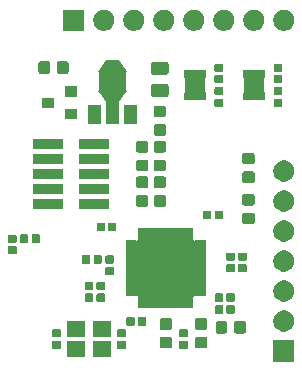
<source format=gbr>
G04 #@! TF.GenerationSoftware,KiCad,Pcbnew,(5.1.5)-3*
G04 #@! TF.CreationDate,2020-11-27T19:53:37+01:00*
G04 #@! TF.ProjectId,nRF52832-toyboard,6e524635-3238-4333-922d-746f79626f61,rev?*
G04 #@! TF.SameCoordinates,Original*
G04 #@! TF.FileFunction,Soldermask,Top*
G04 #@! TF.FilePolarity,Negative*
%FSLAX46Y46*%
G04 Gerber Fmt 4.6, Leading zero omitted, Abs format (unit mm)*
G04 Created by KiCad (PCBNEW (5.1.5)-3) date 2020-11-27 19:53:37*
%MOMM*%
%LPD*%
G04 APERTURE LIST*
%ADD10C,0.100000*%
G04 APERTURE END LIST*
D10*
G36*
X154901000Y-114901000D02*
G01*
X153099000Y-114901000D01*
X153099000Y-113099000D01*
X154901000Y-113099000D01*
X154901000Y-114901000D01*
G37*
G36*
X139351000Y-114501000D02*
G01*
X137849000Y-114501000D01*
X137849000Y-113199000D01*
X139351000Y-113199000D01*
X139351000Y-114501000D01*
G37*
G36*
X137151000Y-114501000D02*
G01*
X135649000Y-114501000D01*
X135649000Y-113199000D01*
X137151000Y-113199000D01*
X137151000Y-114501000D01*
G37*
G36*
X140531938Y-113141716D02*
G01*
X140552557Y-113147971D01*
X140571553Y-113158124D01*
X140588208Y-113171792D01*
X140601876Y-113188447D01*
X140612029Y-113207443D01*
X140618284Y-113228062D01*
X140621000Y-113255640D01*
X140621000Y-113714360D01*
X140618284Y-113741938D01*
X140612029Y-113762557D01*
X140601876Y-113781553D01*
X140588208Y-113798208D01*
X140571553Y-113811876D01*
X140552557Y-113822029D01*
X140531938Y-113828284D01*
X140504360Y-113831000D01*
X139995640Y-113831000D01*
X139968062Y-113828284D01*
X139947443Y-113822029D01*
X139928447Y-113811876D01*
X139911792Y-113798208D01*
X139898124Y-113781553D01*
X139887971Y-113762557D01*
X139881716Y-113741938D01*
X139879000Y-113714360D01*
X139879000Y-113255640D01*
X139881716Y-113228062D01*
X139887971Y-113207443D01*
X139898124Y-113188447D01*
X139911792Y-113171792D01*
X139928447Y-113158124D01*
X139947443Y-113147971D01*
X139968062Y-113141716D01*
X139995640Y-113139000D01*
X140504360Y-113139000D01*
X140531938Y-113141716D01*
G37*
G36*
X135031938Y-113141716D02*
G01*
X135052557Y-113147971D01*
X135071553Y-113158124D01*
X135088208Y-113171792D01*
X135101876Y-113188447D01*
X135112029Y-113207443D01*
X135118284Y-113228062D01*
X135121000Y-113255640D01*
X135121000Y-113714360D01*
X135118284Y-113741938D01*
X135112029Y-113762557D01*
X135101876Y-113781553D01*
X135088208Y-113798208D01*
X135071553Y-113811876D01*
X135052557Y-113822029D01*
X135031938Y-113828284D01*
X135004360Y-113831000D01*
X134495640Y-113831000D01*
X134468062Y-113828284D01*
X134447443Y-113822029D01*
X134428447Y-113811876D01*
X134411792Y-113798208D01*
X134398124Y-113781553D01*
X134387971Y-113762557D01*
X134381716Y-113741938D01*
X134379000Y-113714360D01*
X134379000Y-113255640D01*
X134381716Y-113228062D01*
X134387971Y-113207443D01*
X134398124Y-113188447D01*
X134411792Y-113171792D01*
X134428447Y-113158124D01*
X134447443Y-113147971D01*
X134468062Y-113141716D01*
X134495640Y-113139000D01*
X135004360Y-113139000D01*
X135031938Y-113141716D01*
G37*
G36*
X145781938Y-113141716D02*
G01*
X145802557Y-113147971D01*
X145821553Y-113158124D01*
X145838208Y-113171792D01*
X145851876Y-113188447D01*
X145862029Y-113207443D01*
X145868284Y-113228062D01*
X145871000Y-113255640D01*
X145871000Y-113714360D01*
X145868284Y-113741938D01*
X145862029Y-113762557D01*
X145851876Y-113781553D01*
X145838208Y-113798208D01*
X145821553Y-113811876D01*
X145802557Y-113822029D01*
X145781938Y-113828284D01*
X145754360Y-113831000D01*
X145245640Y-113831000D01*
X145218062Y-113828284D01*
X145197443Y-113822029D01*
X145178447Y-113811876D01*
X145161792Y-113798208D01*
X145148124Y-113781553D01*
X145137971Y-113762557D01*
X145131716Y-113741938D01*
X145129000Y-113714360D01*
X145129000Y-113255640D01*
X145131716Y-113228062D01*
X145137971Y-113207443D01*
X145148124Y-113188447D01*
X145161792Y-113171792D01*
X145178447Y-113158124D01*
X145197443Y-113147971D01*
X145218062Y-113141716D01*
X145245640Y-113139000D01*
X145754360Y-113139000D01*
X145781938Y-113141716D01*
G37*
G36*
X147379591Y-112803085D02*
G01*
X147413569Y-112813393D01*
X147444890Y-112830134D01*
X147472339Y-112852661D01*
X147494866Y-112880110D01*
X147511607Y-112911431D01*
X147521915Y-112945409D01*
X147526000Y-112986890D01*
X147526000Y-113588110D01*
X147521915Y-113629591D01*
X147511607Y-113663569D01*
X147494866Y-113694890D01*
X147472339Y-113722339D01*
X147444890Y-113744866D01*
X147413569Y-113761607D01*
X147379591Y-113771915D01*
X147338110Y-113776000D01*
X146661890Y-113776000D01*
X146620409Y-113771915D01*
X146586431Y-113761607D01*
X146555110Y-113744866D01*
X146527661Y-113722339D01*
X146505134Y-113694890D01*
X146488393Y-113663569D01*
X146478085Y-113629591D01*
X146474000Y-113588110D01*
X146474000Y-112986890D01*
X146478085Y-112945409D01*
X146488393Y-112911431D01*
X146505134Y-112880110D01*
X146527661Y-112852661D01*
X146555110Y-112830134D01*
X146586431Y-112813393D01*
X146620409Y-112803085D01*
X146661890Y-112799000D01*
X147338110Y-112799000D01*
X147379591Y-112803085D01*
G37*
G36*
X144379591Y-112803085D02*
G01*
X144413569Y-112813393D01*
X144444890Y-112830134D01*
X144472339Y-112852661D01*
X144494866Y-112880110D01*
X144511607Y-112911431D01*
X144521915Y-112945409D01*
X144526000Y-112986890D01*
X144526000Y-113588110D01*
X144521915Y-113629591D01*
X144511607Y-113663569D01*
X144494866Y-113694890D01*
X144472339Y-113722339D01*
X144444890Y-113744866D01*
X144413569Y-113761607D01*
X144379591Y-113771915D01*
X144338110Y-113776000D01*
X143661890Y-113776000D01*
X143620409Y-113771915D01*
X143586431Y-113761607D01*
X143555110Y-113744866D01*
X143527661Y-113722339D01*
X143505134Y-113694890D01*
X143488393Y-113663569D01*
X143478085Y-113629591D01*
X143474000Y-113588110D01*
X143474000Y-112986890D01*
X143478085Y-112945409D01*
X143488393Y-112911431D01*
X143505134Y-112880110D01*
X143527661Y-112852661D01*
X143555110Y-112830134D01*
X143586431Y-112813393D01*
X143620409Y-112803085D01*
X143661890Y-112799000D01*
X144338110Y-112799000D01*
X144379591Y-112803085D01*
G37*
G36*
X135031938Y-112171716D02*
G01*
X135052557Y-112177971D01*
X135071553Y-112188124D01*
X135088208Y-112201792D01*
X135101876Y-112218447D01*
X135112029Y-112237443D01*
X135118284Y-112258062D01*
X135121000Y-112285640D01*
X135121000Y-112744360D01*
X135118284Y-112771938D01*
X135112029Y-112792557D01*
X135101876Y-112811553D01*
X135088208Y-112828208D01*
X135071553Y-112841876D01*
X135052557Y-112852029D01*
X135031938Y-112858284D01*
X135004360Y-112861000D01*
X134495640Y-112861000D01*
X134468062Y-112858284D01*
X134447443Y-112852029D01*
X134428447Y-112841876D01*
X134411792Y-112828208D01*
X134398124Y-112811553D01*
X134387971Y-112792557D01*
X134381716Y-112771938D01*
X134379000Y-112744360D01*
X134379000Y-112285640D01*
X134381716Y-112258062D01*
X134387971Y-112237443D01*
X134398124Y-112218447D01*
X134411792Y-112201792D01*
X134428447Y-112188124D01*
X134447443Y-112177971D01*
X134468062Y-112171716D01*
X134495640Y-112169000D01*
X135004360Y-112169000D01*
X135031938Y-112171716D01*
G37*
G36*
X145781938Y-112171716D02*
G01*
X145802557Y-112177971D01*
X145821553Y-112188124D01*
X145838208Y-112201792D01*
X145851876Y-112218447D01*
X145862029Y-112237443D01*
X145868284Y-112258062D01*
X145871000Y-112285640D01*
X145871000Y-112744360D01*
X145868284Y-112771938D01*
X145862029Y-112792557D01*
X145851876Y-112811553D01*
X145838208Y-112828208D01*
X145821553Y-112841876D01*
X145802557Y-112852029D01*
X145781938Y-112858284D01*
X145754360Y-112861000D01*
X145245640Y-112861000D01*
X145218062Y-112858284D01*
X145197443Y-112852029D01*
X145178447Y-112841876D01*
X145161792Y-112828208D01*
X145148124Y-112811553D01*
X145137971Y-112792557D01*
X145131716Y-112771938D01*
X145129000Y-112744360D01*
X145129000Y-112285640D01*
X145131716Y-112258062D01*
X145137971Y-112237443D01*
X145148124Y-112218447D01*
X145161792Y-112201792D01*
X145178447Y-112188124D01*
X145197443Y-112177971D01*
X145218062Y-112171716D01*
X145245640Y-112169000D01*
X145754360Y-112169000D01*
X145781938Y-112171716D01*
G37*
G36*
X140531938Y-112171716D02*
G01*
X140552557Y-112177971D01*
X140571553Y-112188124D01*
X140588208Y-112201792D01*
X140601876Y-112218447D01*
X140612029Y-112237443D01*
X140618284Y-112258062D01*
X140621000Y-112285640D01*
X140621000Y-112744360D01*
X140618284Y-112771938D01*
X140612029Y-112792557D01*
X140601876Y-112811553D01*
X140588208Y-112828208D01*
X140571553Y-112841876D01*
X140552557Y-112852029D01*
X140531938Y-112858284D01*
X140504360Y-112861000D01*
X139995640Y-112861000D01*
X139968062Y-112858284D01*
X139947443Y-112852029D01*
X139928447Y-112841876D01*
X139911792Y-112828208D01*
X139898124Y-112811553D01*
X139887971Y-112792557D01*
X139881716Y-112771938D01*
X139879000Y-112744360D01*
X139879000Y-112285640D01*
X139881716Y-112258062D01*
X139887971Y-112237443D01*
X139898124Y-112218447D01*
X139911792Y-112201792D01*
X139928447Y-112188124D01*
X139947443Y-112177971D01*
X139968062Y-112171716D01*
X139995640Y-112169000D01*
X140504360Y-112169000D01*
X140531938Y-112171716D01*
G37*
G36*
X137151000Y-112801000D02*
G01*
X135649000Y-112801000D01*
X135649000Y-111499000D01*
X137151000Y-111499000D01*
X137151000Y-112801000D01*
G37*
G36*
X139351000Y-112801000D02*
G01*
X137849000Y-112801000D01*
X137849000Y-111499000D01*
X139351000Y-111499000D01*
X139351000Y-112801000D01*
G37*
G36*
X149054591Y-111478085D02*
G01*
X149088569Y-111488393D01*
X149119890Y-111505134D01*
X149147339Y-111527661D01*
X149169866Y-111555110D01*
X149186607Y-111586431D01*
X149196915Y-111620409D01*
X149201000Y-111661890D01*
X149201000Y-112338110D01*
X149196915Y-112379591D01*
X149186607Y-112413569D01*
X149169866Y-112444890D01*
X149147339Y-112472339D01*
X149119890Y-112494866D01*
X149088569Y-112511607D01*
X149054591Y-112521915D01*
X149013110Y-112526000D01*
X148411890Y-112526000D01*
X148370409Y-112521915D01*
X148336431Y-112511607D01*
X148305110Y-112494866D01*
X148277661Y-112472339D01*
X148255134Y-112444890D01*
X148238393Y-112413569D01*
X148228085Y-112379591D01*
X148224000Y-112338110D01*
X148224000Y-111661890D01*
X148228085Y-111620409D01*
X148238393Y-111586431D01*
X148255134Y-111555110D01*
X148277661Y-111527661D01*
X148305110Y-111505134D01*
X148336431Y-111488393D01*
X148370409Y-111478085D01*
X148411890Y-111474000D01*
X149013110Y-111474000D01*
X149054591Y-111478085D01*
G37*
G36*
X150629591Y-111478085D02*
G01*
X150663569Y-111488393D01*
X150694890Y-111505134D01*
X150722339Y-111527661D01*
X150744866Y-111555110D01*
X150761607Y-111586431D01*
X150771915Y-111620409D01*
X150776000Y-111661890D01*
X150776000Y-112338110D01*
X150771915Y-112379591D01*
X150761607Y-112413569D01*
X150744866Y-112444890D01*
X150722339Y-112472339D01*
X150694890Y-112494866D01*
X150663569Y-112511607D01*
X150629591Y-112521915D01*
X150588110Y-112526000D01*
X149986890Y-112526000D01*
X149945409Y-112521915D01*
X149911431Y-112511607D01*
X149880110Y-112494866D01*
X149852661Y-112472339D01*
X149830134Y-112444890D01*
X149813393Y-112413569D01*
X149803085Y-112379591D01*
X149799000Y-112338110D01*
X149799000Y-111661890D01*
X149803085Y-111620409D01*
X149813393Y-111586431D01*
X149830134Y-111555110D01*
X149852661Y-111527661D01*
X149880110Y-111505134D01*
X149911431Y-111488393D01*
X149945409Y-111478085D01*
X149986890Y-111474000D01*
X150588110Y-111474000D01*
X150629591Y-111478085D01*
G37*
G36*
X154113512Y-110563927D02*
G01*
X154262812Y-110593624D01*
X154426784Y-110661544D01*
X154574354Y-110760147D01*
X154699853Y-110885646D01*
X154798456Y-111033216D01*
X154866376Y-111197188D01*
X154901000Y-111371259D01*
X154901000Y-111548741D01*
X154866376Y-111722812D01*
X154798456Y-111886784D01*
X154699853Y-112034354D01*
X154574354Y-112159853D01*
X154426784Y-112258456D01*
X154262812Y-112326376D01*
X154113512Y-112356073D01*
X154088742Y-112361000D01*
X153911258Y-112361000D01*
X153886488Y-112356073D01*
X153737188Y-112326376D01*
X153573216Y-112258456D01*
X153425646Y-112159853D01*
X153300147Y-112034354D01*
X153201544Y-111886784D01*
X153133624Y-111722812D01*
X153099000Y-111548741D01*
X153099000Y-111371259D01*
X153133624Y-111197188D01*
X153201544Y-111033216D01*
X153300147Y-110885646D01*
X153425646Y-110760147D01*
X153573216Y-110661544D01*
X153737188Y-110593624D01*
X153886488Y-110563927D01*
X153911258Y-110559000D01*
X154088742Y-110559000D01*
X154113512Y-110563927D01*
G37*
G36*
X147379591Y-111228085D02*
G01*
X147413569Y-111238393D01*
X147444890Y-111255134D01*
X147472339Y-111277661D01*
X147494866Y-111305110D01*
X147511607Y-111336431D01*
X147521915Y-111370409D01*
X147526000Y-111411890D01*
X147526000Y-112013110D01*
X147521915Y-112054591D01*
X147511607Y-112088569D01*
X147494866Y-112119890D01*
X147472339Y-112147339D01*
X147444890Y-112169866D01*
X147413569Y-112186607D01*
X147379591Y-112196915D01*
X147338110Y-112201000D01*
X146661890Y-112201000D01*
X146620409Y-112196915D01*
X146586431Y-112186607D01*
X146555110Y-112169866D01*
X146527661Y-112147339D01*
X146505134Y-112119890D01*
X146488393Y-112088569D01*
X146478085Y-112054591D01*
X146474000Y-112013110D01*
X146474000Y-111411890D01*
X146478085Y-111370409D01*
X146488393Y-111336431D01*
X146505134Y-111305110D01*
X146527661Y-111277661D01*
X146555110Y-111255134D01*
X146586431Y-111238393D01*
X146620409Y-111228085D01*
X146661890Y-111224000D01*
X147338110Y-111224000D01*
X147379591Y-111228085D01*
G37*
G36*
X144379591Y-111228085D02*
G01*
X144413569Y-111238393D01*
X144444890Y-111255134D01*
X144472339Y-111277661D01*
X144494866Y-111305110D01*
X144511607Y-111336431D01*
X144521915Y-111370409D01*
X144526000Y-111411890D01*
X144526000Y-112013110D01*
X144521915Y-112054591D01*
X144511607Y-112088569D01*
X144494866Y-112119890D01*
X144472339Y-112147339D01*
X144444890Y-112169866D01*
X144413569Y-112186607D01*
X144379591Y-112196915D01*
X144338110Y-112201000D01*
X143661890Y-112201000D01*
X143620409Y-112196915D01*
X143586431Y-112186607D01*
X143555110Y-112169866D01*
X143527661Y-112147339D01*
X143505134Y-112119890D01*
X143488393Y-112088569D01*
X143478085Y-112054591D01*
X143474000Y-112013110D01*
X143474000Y-111411890D01*
X143478085Y-111370409D01*
X143488393Y-111336431D01*
X143505134Y-111305110D01*
X143527661Y-111277661D01*
X143555110Y-111255134D01*
X143586431Y-111238393D01*
X143620409Y-111228085D01*
X143661890Y-111224000D01*
X144338110Y-111224000D01*
X144379591Y-111228085D01*
G37*
G36*
X142241938Y-111131716D02*
G01*
X142262557Y-111137971D01*
X142281553Y-111148124D01*
X142298208Y-111161792D01*
X142311876Y-111178447D01*
X142322029Y-111197443D01*
X142328284Y-111218062D01*
X142331000Y-111245640D01*
X142331000Y-111754360D01*
X142328284Y-111781938D01*
X142322029Y-111802557D01*
X142311876Y-111821553D01*
X142298208Y-111838208D01*
X142281553Y-111851876D01*
X142262557Y-111862029D01*
X142241938Y-111868284D01*
X142214360Y-111871000D01*
X141755640Y-111871000D01*
X141728062Y-111868284D01*
X141707443Y-111862029D01*
X141688447Y-111851876D01*
X141671792Y-111838208D01*
X141658124Y-111821553D01*
X141647971Y-111802557D01*
X141641716Y-111781938D01*
X141639000Y-111754360D01*
X141639000Y-111245640D01*
X141641716Y-111218062D01*
X141647971Y-111197443D01*
X141658124Y-111178447D01*
X141671792Y-111161792D01*
X141688447Y-111148124D01*
X141707443Y-111137971D01*
X141728062Y-111131716D01*
X141755640Y-111129000D01*
X142214360Y-111129000D01*
X142241938Y-111131716D01*
G37*
G36*
X141271938Y-111131716D02*
G01*
X141292557Y-111137971D01*
X141311553Y-111148124D01*
X141328208Y-111161792D01*
X141341876Y-111178447D01*
X141352029Y-111197443D01*
X141358284Y-111218062D01*
X141361000Y-111245640D01*
X141361000Y-111754360D01*
X141358284Y-111781938D01*
X141352029Y-111802557D01*
X141341876Y-111821553D01*
X141328208Y-111838208D01*
X141311553Y-111851876D01*
X141292557Y-111862029D01*
X141271938Y-111868284D01*
X141244360Y-111871000D01*
X140785640Y-111871000D01*
X140758062Y-111868284D01*
X140737443Y-111862029D01*
X140718447Y-111851876D01*
X140701792Y-111838208D01*
X140688124Y-111821553D01*
X140677971Y-111802557D01*
X140671716Y-111781938D01*
X140669000Y-111754360D01*
X140669000Y-111245640D01*
X140671716Y-111218062D01*
X140677971Y-111197443D01*
X140688124Y-111178447D01*
X140701792Y-111161792D01*
X140718447Y-111148124D01*
X140737443Y-111137971D01*
X140758062Y-111131716D01*
X140785640Y-111129000D01*
X141244360Y-111129000D01*
X141271938Y-111131716D01*
G37*
G36*
X148771938Y-110131716D02*
G01*
X148792557Y-110137971D01*
X148811553Y-110148124D01*
X148828208Y-110161792D01*
X148841876Y-110178447D01*
X148852029Y-110197443D01*
X148858284Y-110218062D01*
X148861000Y-110245640D01*
X148861000Y-110754360D01*
X148858284Y-110781938D01*
X148852029Y-110802557D01*
X148841876Y-110821553D01*
X148828208Y-110838208D01*
X148811553Y-110851876D01*
X148792557Y-110862029D01*
X148771938Y-110868284D01*
X148744360Y-110871000D01*
X148285640Y-110871000D01*
X148258062Y-110868284D01*
X148237443Y-110862029D01*
X148218447Y-110851876D01*
X148201792Y-110838208D01*
X148188124Y-110821553D01*
X148177971Y-110802557D01*
X148171716Y-110781938D01*
X148169000Y-110754360D01*
X148169000Y-110245640D01*
X148171716Y-110218062D01*
X148177971Y-110197443D01*
X148188124Y-110178447D01*
X148201792Y-110161792D01*
X148218447Y-110148124D01*
X148237443Y-110137971D01*
X148258062Y-110131716D01*
X148285640Y-110129000D01*
X148744360Y-110129000D01*
X148771938Y-110131716D01*
G37*
G36*
X149741938Y-110131716D02*
G01*
X149762557Y-110137971D01*
X149781553Y-110148124D01*
X149798208Y-110161792D01*
X149811876Y-110178447D01*
X149822029Y-110197443D01*
X149828284Y-110218062D01*
X149831000Y-110245640D01*
X149831000Y-110754360D01*
X149828284Y-110781938D01*
X149822029Y-110802557D01*
X149811876Y-110821553D01*
X149798208Y-110838208D01*
X149781553Y-110851876D01*
X149762557Y-110862029D01*
X149741938Y-110868284D01*
X149714360Y-110871000D01*
X149255640Y-110871000D01*
X149228062Y-110868284D01*
X149207443Y-110862029D01*
X149188447Y-110851876D01*
X149171792Y-110838208D01*
X149158124Y-110821553D01*
X149147971Y-110802557D01*
X149141716Y-110781938D01*
X149139000Y-110754360D01*
X149139000Y-110245640D01*
X149141716Y-110218062D01*
X149147971Y-110197443D01*
X149158124Y-110178447D01*
X149171792Y-110161792D01*
X149188447Y-110148124D01*
X149207443Y-110137971D01*
X149228062Y-110131716D01*
X149255640Y-110129000D01*
X149714360Y-110129000D01*
X149741938Y-110131716D01*
G37*
G36*
X141940416Y-103599843D02*
G01*
X141944556Y-103601099D01*
X141963716Y-103609035D01*
X141987750Y-103613815D01*
X142012254Y-103613815D01*
X142036287Y-103609034D01*
X142055445Y-103601099D01*
X142059584Y-103599843D01*
X142068143Y-103599000D01*
X142331857Y-103599000D01*
X142340416Y-103599843D01*
X142344556Y-103601099D01*
X142363716Y-103609035D01*
X142387750Y-103613815D01*
X142412254Y-103613815D01*
X142436287Y-103609034D01*
X142455445Y-103601099D01*
X142459584Y-103599843D01*
X142468143Y-103599000D01*
X142731857Y-103599000D01*
X142740416Y-103599843D01*
X142744556Y-103601099D01*
X142763716Y-103609035D01*
X142787750Y-103613815D01*
X142812254Y-103613815D01*
X142836287Y-103609034D01*
X142855445Y-103601099D01*
X142859584Y-103599843D01*
X142868143Y-103599000D01*
X143131857Y-103599000D01*
X143140416Y-103599843D01*
X143144556Y-103601099D01*
X143163716Y-103609035D01*
X143187750Y-103613815D01*
X143212254Y-103613815D01*
X143236287Y-103609034D01*
X143255445Y-103601099D01*
X143259584Y-103599843D01*
X143268143Y-103599000D01*
X143531857Y-103599000D01*
X143540416Y-103599843D01*
X143544556Y-103601099D01*
X143563716Y-103609035D01*
X143587750Y-103613815D01*
X143612254Y-103613815D01*
X143636287Y-103609034D01*
X143655445Y-103601099D01*
X143659584Y-103599843D01*
X143668143Y-103599000D01*
X143931857Y-103599000D01*
X143940416Y-103599843D01*
X143944556Y-103601099D01*
X143963716Y-103609035D01*
X143987750Y-103613815D01*
X144012254Y-103613815D01*
X144036287Y-103609034D01*
X144055445Y-103601099D01*
X144059584Y-103599843D01*
X144068143Y-103599000D01*
X144331857Y-103599000D01*
X144340416Y-103599843D01*
X144344556Y-103601099D01*
X144363716Y-103609035D01*
X144387750Y-103613815D01*
X144412254Y-103613815D01*
X144436287Y-103609034D01*
X144455445Y-103601099D01*
X144459584Y-103599843D01*
X144468143Y-103599000D01*
X144731857Y-103599000D01*
X144740416Y-103599843D01*
X144744556Y-103601099D01*
X144763716Y-103609035D01*
X144787750Y-103613815D01*
X144812254Y-103613815D01*
X144836287Y-103609034D01*
X144855445Y-103601099D01*
X144859584Y-103599843D01*
X144868143Y-103599000D01*
X145131857Y-103599000D01*
X145140416Y-103599843D01*
X145144556Y-103601099D01*
X145163716Y-103609035D01*
X145187750Y-103613815D01*
X145212254Y-103613815D01*
X145236287Y-103609034D01*
X145255445Y-103601099D01*
X145259584Y-103599843D01*
X145268143Y-103599000D01*
X145531857Y-103599000D01*
X145540416Y-103599843D01*
X145544556Y-103601099D01*
X145563716Y-103609035D01*
X145587750Y-103613815D01*
X145612254Y-103613815D01*
X145636287Y-103609034D01*
X145655445Y-103601099D01*
X145659584Y-103599843D01*
X145668143Y-103599000D01*
X145931857Y-103599000D01*
X145940416Y-103599843D01*
X145944556Y-103601099D01*
X145963716Y-103609035D01*
X145987750Y-103613815D01*
X146012254Y-103613815D01*
X146036287Y-103609034D01*
X146055445Y-103601099D01*
X146059584Y-103599843D01*
X146068143Y-103599000D01*
X146331857Y-103599000D01*
X146340416Y-103599843D01*
X146342745Y-103600550D01*
X146344887Y-103601695D01*
X146346765Y-103603235D01*
X146348305Y-103605113D01*
X146349450Y-103607255D01*
X146350157Y-103609584D01*
X146351000Y-103618143D01*
X146351000Y-104481857D01*
X146350157Y-104490416D01*
X146348622Y-104495476D01*
X146343842Y-104519509D01*
X146343842Y-104544013D01*
X146348623Y-104568047D01*
X146358000Y-104590685D01*
X146371614Y-104611060D01*
X146388941Y-104628387D01*
X146409315Y-104642000D01*
X146431954Y-104651378D01*
X146455987Y-104656158D01*
X146480491Y-104656158D01*
X146504524Y-104651378D01*
X146509584Y-104649843D01*
X146518143Y-104649000D01*
X147381857Y-104649000D01*
X147390416Y-104649843D01*
X147392745Y-104650550D01*
X147394887Y-104651695D01*
X147396765Y-104653235D01*
X147398305Y-104655113D01*
X147399450Y-104657255D01*
X147400157Y-104659584D01*
X147401000Y-104668143D01*
X147401000Y-104931857D01*
X147400157Y-104940416D01*
X147398901Y-104944556D01*
X147390965Y-104963716D01*
X147386185Y-104987750D01*
X147386185Y-105012254D01*
X147390966Y-105036287D01*
X147398901Y-105055445D01*
X147400157Y-105059584D01*
X147401000Y-105068143D01*
X147401000Y-105331857D01*
X147400157Y-105340416D01*
X147398901Y-105344556D01*
X147390965Y-105363716D01*
X147386185Y-105387750D01*
X147386185Y-105412254D01*
X147390966Y-105436287D01*
X147398901Y-105455445D01*
X147400157Y-105459584D01*
X147401000Y-105468143D01*
X147401000Y-105731857D01*
X147400157Y-105740416D01*
X147398901Y-105744556D01*
X147390965Y-105763716D01*
X147386185Y-105787750D01*
X147386185Y-105812254D01*
X147390966Y-105836287D01*
X147398901Y-105855445D01*
X147400157Y-105859584D01*
X147401000Y-105868143D01*
X147401000Y-106131857D01*
X147400157Y-106140416D01*
X147398901Y-106144556D01*
X147390965Y-106163716D01*
X147386185Y-106187750D01*
X147386185Y-106212254D01*
X147390966Y-106236287D01*
X147398901Y-106255445D01*
X147400157Y-106259584D01*
X147401000Y-106268143D01*
X147401000Y-106531857D01*
X147400157Y-106540416D01*
X147398901Y-106544556D01*
X147390965Y-106563716D01*
X147386185Y-106587750D01*
X147386185Y-106612254D01*
X147390966Y-106636287D01*
X147398901Y-106655445D01*
X147400157Y-106659584D01*
X147401000Y-106668143D01*
X147401000Y-106931857D01*
X147400157Y-106940416D01*
X147398901Y-106944556D01*
X147390965Y-106963716D01*
X147386185Y-106987750D01*
X147386185Y-107012254D01*
X147390966Y-107036287D01*
X147398901Y-107055445D01*
X147400157Y-107059584D01*
X147401000Y-107068143D01*
X147401000Y-107331857D01*
X147400157Y-107340416D01*
X147398901Y-107344556D01*
X147390965Y-107363716D01*
X147386185Y-107387750D01*
X147386185Y-107412254D01*
X147390966Y-107436287D01*
X147398901Y-107455445D01*
X147400157Y-107459584D01*
X147401000Y-107468143D01*
X147401000Y-107731857D01*
X147400157Y-107740416D01*
X147398901Y-107744556D01*
X147390965Y-107763716D01*
X147386185Y-107787750D01*
X147386185Y-107812254D01*
X147390966Y-107836287D01*
X147398901Y-107855445D01*
X147400157Y-107859584D01*
X147401000Y-107868143D01*
X147401000Y-108131857D01*
X147400157Y-108140416D01*
X147398901Y-108144556D01*
X147390965Y-108163716D01*
X147386185Y-108187750D01*
X147386185Y-108212254D01*
X147390966Y-108236287D01*
X147398901Y-108255445D01*
X147400157Y-108259584D01*
X147401000Y-108268143D01*
X147401000Y-108531857D01*
X147400157Y-108540416D01*
X147398901Y-108544556D01*
X147390965Y-108563716D01*
X147386185Y-108587750D01*
X147386185Y-108612254D01*
X147390966Y-108636287D01*
X147398901Y-108655445D01*
X147400157Y-108659584D01*
X147401000Y-108668143D01*
X147401000Y-108931857D01*
X147400157Y-108940416D01*
X147398901Y-108944556D01*
X147390965Y-108963716D01*
X147386185Y-108987750D01*
X147386185Y-109012254D01*
X147390966Y-109036287D01*
X147398901Y-109055445D01*
X147400157Y-109059584D01*
X147401000Y-109068143D01*
X147401000Y-109331857D01*
X147400157Y-109340416D01*
X147399450Y-109342745D01*
X147398305Y-109344887D01*
X147396765Y-109346765D01*
X147394887Y-109348305D01*
X147392745Y-109349450D01*
X147390416Y-109350157D01*
X147381857Y-109351000D01*
X146518143Y-109351000D01*
X146509584Y-109350157D01*
X146504524Y-109348622D01*
X146480491Y-109343842D01*
X146455987Y-109343842D01*
X146431953Y-109348623D01*
X146409315Y-109358000D01*
X146388940Y-109371614D01*
X146371613Y-109388941D01*
X146358000Y-109409315D01*
X146348622Y-109431954D01*
X146343842Y-109455987D01*
X146343842Y-109480491D01*
X146348622Y-109504524D01*
X146350157Y-109509584D01*
X146351000Y-109518143D01*
X146351000Y-110381857D01*
X146350157Y-110390416D01*
X146349450Y-110392745D01*
X146348305Y-110394887D01*
X146346765Y-110396765D01*
X146344887Y-110398305D01*
X146342745Y-110399450D01*
X146340416Y-110400157D01*
X146331857Y-110401000D01*
X146068143Y-110401000D01*
X146059584Y-110400157D01*
X146055444Y-110398901D01*
X146036284Y-110390965D01*
X146012250Y-110386185D01*
X145987746Y-110386185D01*
X145963713Y-110390966D01*
X145944555Y-110398901D01*
X145940416Y-110400157D01*
X145931857Y-110401000D01*
X145668143Y-110401000D01*
X145659584Y-110400157D01*
X145655444Y-110398901D01*
X145636284Y-110390965D01*
X145612250Y-110386185D01*
X145587746Y-110386185D01*
X145563713Y-110390966D01*
X145544555Y-110398901D01*
X145540416Y-110400157D01*
X145531857Y-110401000D01*
X145268143Y-110401000D01*
X145259584Y-110400157D01*
X145255444Y-110398901D01*
X145236284Y-110390965D01*
X145212250Y-110386185D01*
X145187746Y-110386185D01*
X145163713Y-110390966D01*
X145144555Y-110398901D01*
X145140416Y-110400157D01*
X145131857Y-110401000D01*
X144868143Y-110401000D01*
X144859584Y-110400157D01*
X144855444Y-110398901D01*
X144836284Y-110390965D01*
X144812250Y-110386185D01*
X144787746Y-110386185D01*
X144763713Y-110390966D01*
X144744555Y-110398901D01*
X144740416Y-110400157D01*
X144731857Y-110401000D01*
X144468143Y-110401000D01*
X144459584Y-110400157D01*
X144455444Y-110398901D01*
X144436284Y-110390965D01*
X144412250Y-110386185D01*
X144387746Y-110386185D01*
X144363713Y-110390966D01*
X144344555Y-110398901D01*
X144340416Y-110400157D01*
X144331857Y-110401000D01*
X144068143Y-110401000D01*
X144059584Y-110400157D01*
X144055444Y-110398901D01*
X144036284Y-110390965D01*
X144012250Y-110386185D01*
X143987746Y-110386185D01*
X143963713Y-110390966D01*
X143944555Y-110398901D01*
X143940416Y-110400157D01*
X143931857Y-110401000D01*
X143668143Y-110401000D01*
X143659584Y-110400157D01*
X143655444Y-110398901D01*
X143636284Y-110390965D01*
X143612250Y-110386185D01*
X143587746Y-110386185D01*
X143563713Y-110390966D01*
X143544555Y-110398901D01*
X143540416Y-110400157D01*
X143531857Y-110401000D01*
X143268143Y-110401000D01*
X143259584Y-110400157D01*
X143255444Y-110398901D01*
X143236284Y-110390965D01*
X143212250Y-110386185D01*
X143187746Y-110386185D01*
X143163713Y-110390966D01*
X143144555Y-110398901D01*
X143140416Y-110400157D01*
X143131857Y-110401000D01*
X142868143Y-110401000D01*
X142859584Y-110400157D01*
X142855444Y-110398901D01*
X142836284Y-110390965D01*
X142812250Y-110386185D01*
X142787746Y-110386185D01*
X142763713Y-110390966D01*
X142744555Y-110398901D01*
X142740416Y-110400157D01*
X142731857Y-110401000D01*
X142468143Y-110401000D01*
X142459584Y-110400157D01*
X142455444Y-110398901D01*
X142436284Y-110390965D01*
X142412250Y-110386185D01*
X142387746Y-110386185D01*
X142363713Y-110390966D01*
X142344555Y-110398901D01*
X142340416Y-110400157D01*
X142331857Y-110401000D01*
X142068143Y-110401000D01*
X142059584Y-110400157D01*
X142055444Y-110398901D01*
X142036284Y-110390965D01*
X142012250Y-110386185D01*
X141987746Y-110386185D01*
X141963713Y-110390966D01*
X141944555Y-110398901D01*
X141940416Y-110400157D01*
X141931857Y-110401000D01*
X141668143Y-110401000D01*
X141659584Y-110400157D01*
X141657255Y-110399450D01*
X141655113Y-110398305D01*
X141653235Y-110396765D01*
X141651695Y-110394887D01*
X141650550Y-110392745D01*
X141649843Y-110390416D01*
X141649000Y-110381857D01*
X141649000Y-109518143D01*
X141649843Y-109509584D01*
X141651378Y-109504524D01*
X141656158Y-109480491D01*
X141656158Y-109455987D01*
X141651377Y-109431953D01*
X141642000Y-109409315D01*
X141628386Y-109388940D01*
X141611059Y-109371613D01*
X141590685Y-109358000D01*
X141568046Y-109348622D01*
X141544013Y-109343842D01*
X141519509Y-109343842D01*
X141495476Y-109348622D01*
X141490416Y-109350157D01*
X141481857Y-109351000D01*
X140618143Y-109351000D01*
X140609584Y-109350157D01*
X140607255Y-109349450D01*
X140605113Y-109348305D01*
X140603235Y-109346765D01*
X140601695Y-109344887D01*
X140600550Y-109342745D01*
X140599843Y-109340416D01*
X140599000Y-109331857D01*
X140599000Y-109068143D01*
X140599843Y-109059584D01*
X140601099Y-109055444D01*
X140609035Y-109036284D01*
X140613815Y-109012250D01*
X140613815Y-108987746D01*
X140609034Y-108963713D01*
X140601099Y-108944555D01*
X140599843Y-108940416D01*
X140599000Y-108931857D01*
X140599000Y-108668143D01*
X140599843Y-108659584D01*
X140601099Y-108655444D01*
X140609035Y-108636284D01*
X140613815Y-108612250D01*
X140613815Y-108587746D01*
X140609034Y-108563713D01*
X140601099Y-108544555D01*
X140599843Y-108540416D01*
X140599000Y-108531857D01*
X140599000Y-108268143D01*
X140599843Y-108259584D01*
X140601099Y-108255444D01*
X140609035Y-108236284D01*
X140613815Y-108212250D01*
X140613815Y-108187746D01*
X140609034Y-108163713D01*
X140601099Y-108144555D01*
X140599843Y-108140416D01*
X140599000Y-108131857D01*
X140599000Y-107868143D01*
X140599843Y-107859584D01*
X140601099Y-107855444D01*
X140609035Y-107836284D01*
X140613815Y-107812250D01*
X140613815Y-107787746D01*
X140609034Y-107763713D01*
X140601099Y-107744555D01*
X140599843Y-107740416D01*
X140599000Y-107731857D01*
X140599000Y-107468143D01*
X140599843Y-107459584D01*
X140601099Y-107455444D01*
X140609035Y-107436284D01*
X140613815Y-107412250D01*
X140613815Y-107387746D01*
X140609034Y-107363713D01*
X140601099Y-107344555D01*
X140599843Y-107340416D01*
X140599000Y-107331857D01*
X140599000Y-107068143D01*
X140599843Y-107059584D01*
X140601099Y-107055444D01*
X140609035Y-107036284D01*
X140613815Y-107012250D01*
X140613815Y-106987746D01*
X140609034Y-106963713D01*
X140601099Y-106944555D01*
X140599843Y-106940416D01*
X140599000Y-106931857D01*
X140599000Y-106668143D01*
X140599843Y-106659584D01*
X140601099Y-106655444D01*
X140609035Y-106636284D01*
X140613815Y-106612250D01*
X140613815Y-106587746D01*
X140609034Y-106563713D01*
X140601099Y-106544555D01*
X140599843Y-106540416D01*
X140599000Y-106531857D01*
X140599000Y-106268143D01*
X140599843Y-106259584D01*
X140601099Y-106255444D01*
X140609035Y-106236284D01*
X140613815Y-106212250D01*
X140613815Y-106187746D01*
X140609034Y-106163713D01*
X140601099Y-106144555D01*
X140599843Y-106140416D01*
X140599000Y-106131857D01*
X140599000Y-105868143D01*
X140599843Y-105859584D01*
X140601099Y-105855444D01*
X140609035Y-105836284D01*
X140613815Y-105812250D01*
X140613815Y-105787746D01*
X140609034Y-105763713D01*
X140601099Y-105744555D01*
X140599843Y-105740416D01*
X140599000Y-105731857D01*
X140599000Y-105468143D01*
X140599843Y-105459584D01*
X140601099Y-105455444D01*
X140609035Y-105436284D01*
X140613815Y-105412250D01*
X140613815Y-105387746D01*
X140609034Y-105363713D01*
X140601099Y-105344555D01*
X140599843Y-105340416D01*
X140599000Y-105331857D01*
X140599000Y-105068143D01*
X140599843Y-105059584D01*
X140601099Y-105055444D01*
X140609035Y-105036284D01*
X140613815Y-105012250D01*
X140613815Y-104987746D01*
X140609034Y-104963713D01*
X140601099Y-104944555D01*
X140599843Y-104940416D01*
X140599000Y-104931857D01*
X140599000Y-104668143D01*
X140599843Y-104659584D01*
X140600550Y-104657255D01*
X140601695Y-104655113D01*
X140603235Y-104653235D01*
X140605113Y-104651695D01*
X140607255Y-104650550D01*
X140609584Y-104649843D01*
X140618143Y-104649000D01*
X141481857Y-104649000D01*
X141490416Y-104649843D01*
X141495476Y-104651378D01*
X141519509Y-104656158D01*
X141544013Y-104656158D01*
X141568047Y-104651377D01*
X141590685Y-104642000D01*
X141611060Y-104628386D01*
X141628387Y-104611059D01*
X141642000Y-104590685D01*
X141651378Y-104568046D01*
X141656158Y-104544013D01*
X141656158Y-104519509D01*
X141651378Y-104495476D01*
X141649843Y-104490416D01*
X141649000Y-104481857D01*
X141649000Y-103618143D01*
X141649843Y-103609584D01*
X141650550Y-103607255D01*
X141651695Y-103605113D01*
X141653235Y-103603235D01*
X141655113Y-103601695D01*
X141657255Y-103600550D01*
X141659584Y-103599843D01*
X141668143Y-103599000D01*
X141931857Y-103599000D01*
X141940416Y-103599843D01*
G37*
G36*
X148771938Y-109131716D02*
G01*
X148792557Y-109137971D01*
X148811553Y-109148124D01*
X148828208Y-109161792D01*
X148841876Y-109178447D01*
X148852029Y-109197443D01*
X148858284Y-109218062D01*
X148861000Y-109245640D01*
X148861000Y-109754360D01*
X148858284Y-109781938D01*
X148852029Y-109802557D01*
X148841876Y-109821553D01*
X148828208Y-109838208D01*
X148811553Y-109851876D01*
X148792557Y-109862029D01*
X148771938Y-109868284D01*
X148744360Y-109871000D01*
X148285640Y-109871000D01*
X148258062Y-109868284D01*
X148237443Y-109862029D01*
X148218447Y-109851876D01*
X148201792Y-109838208D01*
X148188124Y-109821553D01*
X148177971Y-109802557D01*
X148171716Y-109781938D01*
X148169000Y-109754360D01*
X148169000Y-109245640D01*
X148171716Y-109218062D01*
X148177971Y-109197443D01*
X148188124Y-109178447D01*
X148201792Y-109161792D01*
X148218447Y-109148124D01*
X148237443Y-109137971D01*
X148258062Y-109131716D01*
X148285640Y-109129000D01*
X148744360Y-109129000D01*
X148771938Y-109131716D01*
G37*
G36*
X137771938Y-109131716D02*
G01*
X137792557Y-109137971D01*
X137811553Y-109148124D01*
X137828208Y-109161792D01*
X137841876Y-109178447D01*
X137852029Y-109197443D01*
X137858284Y-109218062D01*
X137861000Y-109245640D01*
X137861000Y-109754360D01*
X137858284Y-109781938D01*
X137852029Y-109802557D01*
X137841876Y-109821553D01*
X137828208Y-109838208D01*
X137811553Y-109851876D01*
X137792557Y-109862029D01*
X137771938Y-109868284D01*
X137744360Y-109871000D01*
X137285640Y-109871000D01*
X137258062Y-109868284D01*
X137237443Y-109862029D01*
X137218447Y-109851876D01*
X137201792Y-109838208D01*
X137188124Y-109821553D01*
X137177971Y-109802557D01*
X137171716Y-109781938D01*
X137169000Y-109754360D01*
X137169000Y-109245640D01*
X137171716Y-109218062D01*
X137177971Y-109197443D01*
X137188124Y-109178447D01*
X137201792Y-109161792D01*
X137218447Y-109148124D01*
X137237443Y-109137971D01*
X137258062Y-109131716D01*
X137285640Y-109129000D01*
X137744360Y-109129000D01*
X137771938Y-109131716D01*
G37*
G36*
X138741938Y-109131716D02*
G01*
X138762557Y-109137971D01*
X138781553Y-109148124D01*
X138798208Y-109161792D01*
X138811876Y-109178447D01*
X138822029Y-109197443D01*
X138828284Y-109218062D01*
X138831000Y-109245640D01*
X138831000Y-109754360D01*
X138828284Y-109781938D01*
X138822029Y-109802557D01*
X138811876Y-109821553D01*
X138798208Y-109838208D01*
X138781553Y-109851876D01*
X138762557Y-109862029D01*
X138741938Y-109868284D01*
X138714360Y-109871000D01*
X138255640Y-109871000D01*
X138228062Y-109868284D01*
X138207443Y-109862029D01*
X138188447Y-109851876D01*
X138171792Y-109838208D01*
X138158124Y-109821553D01*
X138147971Y-109802557D01*
X138141716Y-109781938D01*
X138139000Y-109754360D01*
X138139000Y-109245640D01*
X138141716Y-109218062D01*
X138147971Y-109197443D01*
X138158124Y-109178447D01*
X138171792Y-109161792D01*
X138188447Y-109148124D01*
X138207443Y-109137971D01*
X138228062Y-109131716D01*
X138255640Y-109129000D01*
X138714360Y-109129000D01*
X138741938Y-109131716D01*
G37*
G36*
X149741938Y-109131716D02*
G01*
X149762557Y-109137971D01*
X149781553Y-109148124D01*
X149798208Y-109161792D01*
X149811876Y-109178447D01*
X149822029Y-109197443D01*
X149828284Y-109218062D01*
X149831000Y-109245640D01*
X149831000Y-109754360D01*
X149828284Y-109781938D01*
X149822029Y-109802557D01*
X149811876Y-109821553D01*
X149798208Y-109838208D01*
X149781553Y-109851876D01*
X149762557Y-109862029D01*
X149741938Y-109868284D01*
X149714360Y-109871000D01*
X149255640Y-109871000D01*
X149228062Y-109868284D01*
X149207443Y-109862029D01*
X149188447Y-109851876D01*
X149171792Y-109838208D01*
X149158124Y-109821553D01*
X149147971Y-109802557D01*
X149141716Y-109781938D01*
X149139000Y-109754360D01*
X149139000Y-109245640D01*
X149141716Y-109218062D01*
X149147971Y-109197443D01*
X149158124Y-109178447D01*
X149171792Y-109161792D01*
X149188447Y-109148124D01*
X149207443Y-109137971D01*
X149228062Y-109131716D01*
X149255640Y-109129000D01*
X149714360Y-109129000D01*
X149741938Y-109131716D01*
G37*
G36*
X154113512Y-108023927D02*
G01*
X154262812Y-108053624D01*
X154426784Y-108121544D01*
X154574354Y-108220147D01*
X154699853Y-108345646D01*
X154798456Y-108493216D01*
X154866376Y-108657188D01*
X154895291Y-108802557D01*
X154899070Y-108821553D01*
X154901000Y-108831259D01*
X154901000Y-109008741D01*
X154866376Y-109182812D01*
X154798456Y-109346784D01*
X154699853Y-109494354D01*
X154574354Y-109619853D01*
X154426784Y-109718456D01*
X154262812Y-109786376D01*
X154113512Y-109816073D01*
X154088742Y-109821000D01*
X153911258Y-109821000D01*
X153886488Y-109816073D01*
X153737188Y-109786376D01*
X153573216Y-109718456D01*
X153425646Y-109619853D01*
X153300147Y-109494354D01*
X153201544Y-109346784D01*
X153133624Y-109182812D01*
X153099000Y-109008741D01*
X153099000Y-108831259D01*
X153100931Y-108821553D01*
X153104709Y-108802557D01*
X153133624Y-108657188D01*
X153201544Y-108493216D01*
X153300147Y-108345646D01*
X153425646Y-108220147D01*
X153573216Y-108121544D01*
X153737188Y-108053624D01*
X153886488Y-108023927D01*
X153911258Y-108019000D01*
X154088742Y-108019000D01*
X154113512Y-108023927D01*
G37*
G36*
X138741938Y-108131716D02*
G01*
X138762557Y-108137971D01*
X138781553Y-108148124D01*
X138798208Y-108161792D01*
X138811876Y-108178447D01*
X138822029Y-108197443D01*
X138828284Y-108218062D01*
X138831000Y-108245640D01*
X138831000Y-108754360D01*
X138828284Y-108781938D01*
X138822029Y-108802557D01*
X138811876Y-108821553D01*
X138798208Y-108838208D01*
X138781553Y-108851876D01*
X138762557Y-108862029D01*
X138741938Y-108868284D01*
X138714360Y-108871000D01*
X138255640Y-108871000D01*
X138228062Y-108868284D01*
X138207443Y-108862029D01*
X138188447Y-108851876D01*
X138171792Y-108838208D01*
X138158124Y-108821553D01*
X138147971Y-108802557D01*
X138141716Y-108781938D01*
X138139000Y-108754360D01*
X138139000Y-108245640D01*
X138141716Y-108218062D01*
X138147971Y-108197443D01*
X138158124Y-108178447D01*
X138171792Y-108161792D01*
X138188447Y-108148124D01*
X138207443Y-108137971D01*
X138228062Y-108131716D01*
X138255640Y-108129000D01*
X138714360Y-108129000D01*
X138741938Y-108131716D01*
G37*
G36*
X137771938Y-108131716D02*
G01*
X137792557Y-108137971D01*
X137811553Y-108148124D01*
X137828208Y-108161792D01*
X137841876Y-108178447D01*
X137852029Y-108197443D01*
X137858284Y-108218062D01*
X137861000Y-108245640D01*
X137861000Y-108754360D01*
X137858284Y-108781938D01*
X137852029Y-108802557D01*
X137841876Y-108821553D01*
X137828208Y-108838208D01*
X137811553Y-108851876D01*
X137792557Y-108862029D01*
X137771938Y-108868284D01*
X137744360Y-108871000D01*
X137285640Y-108871000D01*
X137258062Y-108868284D01*
X137237443Y-108862029D01*
X137218447Y-108851876D01*
X137201792Y-108838208D01*
X137188124Y-108821553D01*
X137177971Y-108802557D01*
X137171716Y-108781938D01*
X137169000Y-108754360D01*
X137169000Y-108245640D01*
X137171716Y-108218062D01*
X137177971Y-108197443D01*
X137188124Y-108178447D01*
X137201792Y-108161792D01*
X137218447Y-108148124D01*
X137237443Y-108137971D01*
X137258062Y-108131716D01*
X137285640Y-108129000D01*
X137744360Y-108129000D01*
X137771938Y-108131716D01*
G37*
G36*
X139531938Y-106891716D02*
G01*
X139552557Y-106897971D01*
X139571553Y-106908124D01*
X139588208Y-106921792D01*
X139601876Y-106938447D01*
X139612029Y-106957443D01*
X139618284Y-106978062D01*
X139621000Y-107005640D01*
X139621000Y-107464360D01*
X139618284Y-107491938D01*
X139612029Y-107512557D01*
X139601876Y-107531553D01*
X139588208Y-107548208D01*
X139571553Y-107561876D01*
X139552557Y-107572029D01*
X139531938Y-107578284D01*
X139504360Y-107581000D01*
X138995640Y-107581000D01*
X138968062Y-107578284D01*
X138947443Y-107572029D01*
X138928447Y-107561876D01*
X138911792Y-107548208D01*
X138898124Y-107531553D01*
X138887971Y-107512557D01*
X138881716Y-107491938D01*
X138879000Y-107464360D01*
X138879000Y-107005640D01*
X138881716Y-106978062D01*
X138887971Y-106957443D01*
X138898124Y-106938447D01*
X138911792Y-106921792D01*
X138928447Y-106908124D01*
X138947443Y-106897971D01*
X138968062Y-106891716D01*
X138995640Y-106889000D01*
X139504360Y-106889000D01*
X139531938Y-106891716D01*
G37*
G36*
X149781938Y-106641716D02*
G01*
X149802557Y-106647971D01*
X149821553Y-106658124D01*
X149838208Y-106671792D01*
X149851876Y-106688447D01*
X149862029Y-106707443D01*
X149868284Y-106728062D01*
X149871000Y-106755640D01*
X149871000Y-107214360D01*
X149868284Y-107241938D01*
X149862029Y-107262557D01*
X149851876Y-107281553D01*
X149838208Y-107298208D01*
X149821553Y-107311876D01*
X149802557Y-107322029D01*
X149781938Y-107328284D01*
X149754360Y-107331000D01*
X149245640Y-107331000D01*
X149218062Y-107328284D01*
X149197443Y-107322029D01*
X149178447Y-107311876D01*
X149161792Y-107298208D01*
X149148124Y-107281553D01*
X149137971Y-107262557D01*
X149131716Y-107241938D01*
X149129000Y-107214360D01*
X149129000Y-106755640D01*
X149131716Y-106728062D01*
X149137971Y-106707443D01*
X149148124Y-106688447D01*
X149161792Y-106671792D01*
X149178447Y-106658124D01*
X149197443Y-106647971D01*
X149218062Y-106641716D01*
X149245640Y-106639000D01*
X149754360Y-106639000D01*
X149781938Y-106641716D01*
G37*
G36*
X150781938Y-106641716D02*
G01*
X150802557Y-106647971D01*
X150821553Y-106658124D01*
X150838208Y-106671792D01*
X150851876Y-106688447D01*
X150862029Y-106707443D01*
X150868284Y-106728062D01*
X150871000Y-106755640D01*
X150871000Y-107214360D01*
X150868284Y-107241938D01*
X150862029Y-107262557D01*
X150851876Y-107281553D01*
X150838208Y-107298208D01*
X150821553Y-107311876D01*
X150802557Y-107322029D01*
X150781938Y-107328284D01*
X150754360Y-107331000D01*
X150245640Y-107331000D01*
X150218062Y-107328284D01*
X150197443Y-107322029D01*
X150178447Y-107311876D01*
X150161792Y-107298208D01*
X150148124Y-107281553D01*
X150137971Y-107262557D01*
X150131716Y-107241938D01*
X150129000Y-107214360D01*
X150129000Y-106755640D01*
X150131716Y-106728062D01*
X150137971Y-106707443D01*
X150148124Y-106688447D01*
X150161792Y-106671792D01*
X150178447Y-106658124D01*
X150197443Y-106647971D01*
X150218062Y-106641716D01*
X150245640Y-106639000D01*
X150754360Y-106639000D01*
X150781938Y-106641716D01*
G37*
G36*
X154106609Y-105482554D02*
G01*
X154262812Y-105513624D01*
X154426784Y-105581544D01*
X154574354Y-105680147D01*
X154699853Y-105805646D01*
X154798456Y-105953216D01*
X154866376Y-106117188D01*
X154901000Y-106291259D01*
X154901000Y-106468741D01*
X154866376Y-106642812D01*
X154798456Y-106806784D01*
X154699853Y-106954354D01*
X154574354Y-107079853D01*
X154426784Y-107178456D01*
X154262812Y-107246376D01*
X154116392Y-107275500D01*
X154088742Y-107281000D01*
X153911258Y-107281000D01*
X153883608Y-107275500D01*
X153737188Y-107246376D01*
X153573216Y-107178456D01*
X153425646Y-107079853D01*
X153300147Y-106954354D01*
X153201544Y-106806784D01*
X153133624Y-106642812D01*
X153099000Y-106468741D01*
X153099000Y-106291259D01*
X153133624Y-106117188D01*
X153201544Y-105953216D01*
X153300147Y-105805646D01*
X153425646Y-105680147D01*
X153573216Y-105581544D01*
X153737188Y-105513624D01*
X153893391Y-105482554D01*
X153911258Y-105479000D01*
X154088742Y-105479000D01*
X154106609Y-105482554D01*
G37*
G36*
X138491938Y-105881716D02*
G01*
X138512557Y-105887971D01*
X138531553Y-105898124D01*
X138548208Y-105911792D01*
X138561876Y-105928447D01*
X138572029Y-105947443D01*
X138578284Y-105968062D01*
X138581000Y-105995640D01*
X138581000Y-106504360D01*
X138578284Y-106531938D01*
X138572029Y-106552557D01*
X138561876Y-106571553D01*
X138548208Y-106588208D01*
X138531553Y-106601876D01*
X138512557Y-106612029D01*
X138491938Y-106618284D01*
X138464360Y-106621000D01*
X138005640Y-106621000D01*
X137978062Y-106618284D01*
X137957443Y-106612029D01*
X137938447Y-106601876D01*
X137921792Y-106588208D01*
X137908124Y-106571553D01*
X137897971Y-106552557D01*
X137891716Y-106531938D01*
X137889000Y-106504360D01*
X137889000Y-105995640D01*
X137891716Y-105968062D01*
X137897971Y-105947443D01*
X137908124Y-105928447D01*
X137921792Y-105911792D01*
X137938447Y-105898124D01*
X137957443Y-105887971D01*
X137978062Y-105881716D01*
X138005640Y-105879000D01*
X138464360Y-105879000D01*
X138491938Y-105881716D01*
G37*
G36*
X137521938Y-105881716D02*
G01*
X137542557Y-105887971D01*
X137561553Y-105898124D01*
X137578208Y-105911792D01*
X137591876Y-105928447D01*
X137602029Y-105947443D01*
X137608284Y-105968062D01*
X137611000Y-105995640D01*
X137611000Y-106504360D01*
X137608284Y-106531938D01*
X137602029Y-106552557D01*
X137591876Y-106571553D01*
X137578208Y-106588208D01*
X137561553Y-106601876D01*
X137542557Y-106612029D01*
X137521938Y-106618284D01*
X137494360Y-106621000D01*
X137035640Y-106621000D01*
X137008062Y-106618284D01*
X136987443Y-106612029D01*
X136968447Y-106601876D01*
X136951792Y-106588208D01*
X136938124Y-106571553D01*
X136927971Y-106552557D01*
X136921716Y-106531938D01*
X136919000Y-106504360D01*
X136919000Y-105995640D01*
X136921716Y-105968062D01*
X136927971Y-105947443D01*
X136938124Y-105928447D01*
X136951792Y-105911792D01*
X136968447Y-105898124D01*
X136987443Y-105887971D01*
X137008062Y-105881716D01*
X137035640Y-105879000D01*
X137494360Y-105879000D01*
X137521938Y-105881716D01*
G37*
G36*
X139531938Y-105921716D02*
G01*
X139552557Y-105927971D01*
X139571553Y-105938124D01*
X139588208Y-105951792D01*
X139601876Y-105968447D01*
X139612029Y-105987443D01*
X139618284Y-106008062D01*
X139621000Y-106035640D01*
X139621000Y-106494360D01*
X139618284Y-106521938D01*
X139612029Y-106542557D01*
X139601876Y-106561553D01*
X139588208Y-106578208D01*
X139571553Y-106591876D01*
X139552557Y-106602029D01*
X139531938Y-106608284D01*
X139504360Y-106611000D01*
X138995640Y-106611000D01*
X138968062Y-106608284D01*
X138947443Y-106602029D01*
X138928447Y-106591876D01*
X138911792Y-106578208D01*
X138898124Y-106561553D01*
X138887971Y-106542557D01*
X138881716Y-106521938D01*
X138879000Y-106494360D01*
X138879000Y-106035640D01*
X138881716Y-106008062D01*
X138887971Y-105987443D01*
X138898124Y-105968447D01*
X138911792Y-105951792D01*
X138928447Y-105938124D01*
X138947443Y-105927971D01*
X138968062Y-105921716D01*
X138995640Y-105919000D01*
X139504360Y-105919000D01*
X139531938Y-105921716D01*
G37*
G36*
X150781938Y-105671716D02*
G01*
X150802557Y-105677971D01*
X150821553Y-105688124D01*
X150838208Y-105701792D01*
X150851876Y-105718447D01*
X150862029Y-105737443D01*
X150868284Y-105758062D01*
X150871000Y-105785640D01*
X150871000Y-106244360D01*
X150868284Y-106271938D01*
X150862029Y-106292557D01*
X150851876Y-106311553D01*
X150838208Y-106328208D01*
X150821553Y-106341876D01*
X150802557Y-106352029D01*
X150781938Y-106358284D01*
X150754360Y-106361000D01*
X150245640Y-106361000D01*
X150218062Y-106358284D01*
X150197443Y-106352029D01*
X150178447Y-106341876D01*
X150161792Y-106328208D01*
X150148124Y-106311553D01*
X150137971Y-106292557D01*
X150131716Y-106271938D01*
X150129000Y-106244360D01*
X150129000Y-105785640D01*
X150131716Y-105758062D01*
X150137971Y-105737443D01*
X150148124Y-105718447D01*
X150161792Y-105701792D01*
X150178447Y-105688124D01*
X150197443Y-105677971D01*
X150218062Y-105671716D01*
X150245640Y-105669000D01*
X150754360Y-105669000D01*
X150781938Y-105671716D01*
G37*
G36*
X149781938Y-105671716D02*
G01*
X149802557Y-105677971D01*
X149821553Y-105688124D01*
X149838208Y-105701792D01*
X149851876Y-105718447D01*
X149862029Y-105737443D01*
X149868284Y-105758062D01*
X149871000Y-105785640D01*
X149871000Y-106244360D01*
X149868284Y-106271938D01*
X149862029Y-106292557D01*
X149851876Y-106311553D01*
X149838208Y-106328208D01*
X149821553Y-106341876D01*
X149802557Y-106352029D01*
X149781938Y-106358284D01*
X149754360Y-106361000D01*
X149245640Y-106361000D01*
X149218062Y-106358284D01*
X149197443Y-106352029D01*
X149178447Y-106341876D01*
X149161792Y-106328208D01*
X149148124Y-106311553D01*
X149137971Y-106292557D01*
X149131716Y-106271938D01*
X149129000Y-106244360D01*
X149129000Y-105785640D01*
X149131716Y-105758062D01*
X149137971Y-105737443D01*
X149148124Y-105718447D01*
X149161792Y-105701792D01*
X149178447Y-105688124D01*
X149197443Y-105677971D01*
X149218062Y-105671716D01*
X149245640Y-105669000D01*
X149754360Y-105669000D01*
X149781938Y-105671716D01*
G37*
G36*
X131281938Y-105141716D02*
G01*
X131302557Y-105147971D01*
X131321553Y-105158124D01*
X131338208Y-105171792D01*
X131351876Y-105188447D01*
X131362029Y-105207443D01*
X131368284Y-105228062D01*
X131371000Y-105255640D01*
X131371000Y-105714360D01*
X131368284Y-105741938D01*
X131362029Y-105762557D01*
X131351876Y-105781553D01*
X131338208Y-105798208D01*
X131321553Y-105811876D01*
X131302557Y-105822029D01*
X131281938Y-105828284D01*
X131254360Y-105831000D01*
X130745640Y-105831000D01*
X130718062Y-105828284D01*
X130697443Y-105822029D01*
X130678447Y-105811876D01*
X130661792Y-105798208D01*
X130648124Y-105781553D01*
X130637971Y-105762557D01*
X130631716Y-105741938D01*
X130629000Y-105714360D01*
X130629000Y-105255640D01*
X130631716Y-105228062D01*
X130637971Y-105207443D01*
X130648124Y-105188447D01*
X130661792Y-105171792D01*
X130678447Y-105158124D01*
X130697443Y-105147971D01*
X130718062Y-105141716D01*
X130745640Y-105139000D01*
X131254360Y-105139000D01*
X131281938Y-105141716D01*
G37*
G36*
X132271938Y-104131716D02*
G01*
X132292557Y-104137971D01*
X132311553Y-104148124D01*
X132328208Y-104161792D01*
X132341876Y-104178447D01*
X132352029Y-104197443D01*
X132358284Y-104218062D01*
X132361000Y-104245640D01*
X132361000Y-104754360D01*
X132358284Y-104781938D01*
X132352029Y-104802557D01*
X132341876Y-104821553D01*
X132328208Y-104838208D01*
X132311553Y-104851876D01*
X132292557Y-104862029D01*
X132271938Y-104868284D01*
X132244360Y-104871000D01*
X131785640Y-104871000D01*
X131758062Y-104868284D01*
X131737443Y-104862029D01*
X131718447Y-104851876D01*
X131701792Y-104838208D01*
X131688124Y-104821553D01*
X131677971Y-104802557D01*
X131671716Y-104781938D01*
X131669000Y-104754360D01*
X131669000Y-104245640D01*
X131671716Y-104218062D01*
X131677971Y-104197443D01*
X131688124Y-104178447D01*
X131701792Y-104161792D01*
X131718447Y-104148124D01*
X131737443Y-104137971D01*
X131758062Y-104131716D01*
X131785640Y-104129000D01*
X132244360Y-104129000D01*
X132271938Y-104131716D01*
G37*
G36*
X133241938Y-104131716D02*
G01*
X133262557Y-104137971D01*
X133281553Y-104148124D01*
X133298208Y-104161792D01*
X133311876Y-104178447D01*
X133322029Y-104197443D01*
X133328284Y-104218062D01*
X133331000Y-104245640D01*
X133331000Y-104754360D01*
X133328284Y-104781938D01*
X133322029Y-104802557D01*
X133311876Y-104821553D01*
X133298208Y-104838208D01*
X133281553Y-104851876D01*
X133262557Y-104862029D01*
X133241938Y-104868284D01*
X133214360Y-104871000D01*
X132755640Y-104871000D01*
X132728062Y-104868284D01*
X132707443Y-104862029D01*
X132688447Y-104851876D01*
X132671792Y-104838208D01*
X132658124Y-104821553D01*
X132647971Y-104802557D01*
X132641716Y-104781938D01*
X132639000Y-104754360D01*
X132639000Y-104245640D01*
X132641716Y-104218062D01*
X132647971Y-104197443D01*
X132658124Y-104178447D01*
X132671792Y-104161792D01*
X132688447Y-104148124D01*
X132707443Y-104137971D01*
X132728062Y-104131716D01*
X132755640Y-104129000D01*
X133214360Y-104129000D01*
X133241938Y-104131716D01*
G37*
G36*
X131281938Y-104171716D02*
G01*
X131302557Y-104177971D01*
X131321553Y-104188124D01*
X131338208Y-104201792D01*
X131351876Y-104218447D01*
X131362029Y-104237443D01*
X131368284Y-104258062D01*
X131371000Y-104285640D01*
X131371000Y-104744360D01*
X131368284Y-104771938D01*
X131362029Y-104792557D01*
X131351876Y-104811553D01*
X131338208Y-104828208D01*
X131321553Y-104841876D01*
X131302557Y-104852029D01*
X131281938Y-104858284D01*
X131254360Y-104861000D01*
X130745640Y-104861000D01*
X130718062Y-104858284D01*
X130697443Y-104852029D01*
X130678447Y-104841876D01*
X130661792Y-104828208D01*
X130648124Y-104811553D01*
X130637971Y-104792557D01*
X130631716Y-104771938D01*
X130629000Y-104744360D01*
X130629000Y-104285640D01*
X130631716Y-104258062D01*
X130637971Y-104237443D01*
X130648124Y-104218447D01*
X130661792Y-104201792D01*
X130678447Y-104188124D01*
X130697443Y-104177971D01*
X130718062Y-104171716D01*
X130745640Y-104169000D01*
X131254360Y-104169000D01*
X131281938Y-104171716D01*
G37*
G36*
X154113512Y-102943927D02*
G01*
X154262812Y-102973624D01*
X154426784Y-103041544D01*
X154574354Y-103140147D01*
X154699853Y-103265646D01*
X154798456Y-103413216D01*
X154866376Y-103577188D01*
X154901000Y-103751259D01*
X154901000Y-103928741D01*
X154866376Y-104102812D01*
X154798456Y-104266784D01*
X154699853Y-104414354D01*
X154574354Y-104539853D01*
X154426784Y-104638456D01*
X154262812Y-104706376D01*
X154113512Y-104736073D01*
X154088742Y-104741000D01*
X153911258Y-104741000D01*
X153886488Y-104736073D01*
X153737188Y-104706376D01*
X153573216Y-104638456D01*
X153425646Y-104539853D01*
X153300147Y-104414354D01*
X153201544Y-104266784D01*
X153133624Y-104102812D01*
X153099000Y-103928741D01*
X153099000Y-103751259D01*
X153133624Y-103577188D01*
X153201544Y-103413216D01*
X153300147Y-103265646D01*
X153425646Y-103140147D01*
X153573216Y-103041544D01*
X153737188Y-102973624D01*
X153886488Y-102943927D01*
X153911258Y-102939000D01*
X154088742Y-102939000D01*
X154113512Y-102943927D01*
G37*
G36*
X138771938Y-103131716D02*
G01*
X138792557Y-103137971D01*
X138811553Y-103148124D01*
X138828208Y-103161792D01*
X138841876Y-103178447D01*
X138852029Y-103197443D01*
X138858284Y-103218062D01*
X138861000Y-103245640D01*
X138861000Y-103754360D01*
X138858284Y-103781938D01*
X138852029Y-103802557D01*
X138841876Y-103821553D01*
X138828208Y-103838208D01*
X138811553Y-103851876D01*
X138792557Y-103862029D01*
X138771938Y-103868284D01*
X138744360Y-103871000D01*
X138285640Y-103871000D01*
X138258062Y-103868284D01*
X138237443Y-103862029D01*
X138218447Y-103851876D01*
X138201792Y-103838208D01*
X138188124Y-103821553D01*
X138177971Y-103802557D01*
X138171716Y-103781938D01*
X138169000Y-103754360D01*
X138169000Y-103245640D01*
X138171716Y-103218062D01*
X138177971Y-103197443D01*
X138188124Y-103178447D01*
X138201792Y-103161792D01*
X138218447Y-103148124D01*
X138237443Y-103137971D01*
X138258062Y-103131716D01*
X138285640Y-103129000D01*
X138744360Y-103129000D01*
X138771938Y-103131716D01*
G37*
G36*
X139741938Y-103131716D02*
G01*
X139762557Y-103137971D01*
X139781553Y-103148124D01*
X139798208Y-103161792D01*
X139811876Y-103178447D01*
X139822029Y-103197443D01*
X139828284Y-103218062D01*
X139831000Y-103245640D01*
X139831000Y-103754360D01*
X139828284Y-103781938D01*
X139822029Y-103802557D01*
X139811876Y-103821553D01*
X139798208Y-103838208D01*
X139781553Y-103851876D01*
X139762557Y-103862029D01*
X139741938Y-103868284D01*
X139714360Y-103871000D01*
X139255640Y-103871000D01*
X139228062Y-103868284D01*
X139207443Y-103862029D01*
X139188447Y-103851876D01*
X139171792Y-103838208D01*
X139158124Y-103821553D01*
X139147971Y-103802557D01*
X139141716Y-103781938D01*
X139139000Y-103754360D01*
X139139000Y-103245640D01*
X139141716Y-103218062D01*
X139147971Y-103197443D01*
X139158124Y-103178447D01*
X139171792Y-103161792D01*
X139188447Y-103148124D01*
X139207443Y-103137971D01*
X139228062Y-103131716D01*
X139255640Y-103129000D01*
X139714360Y-103129000D01*
X139741938Y-103131716D01*
G37*
G36*
X151379591Y-102303085D02*
G01*
X151413569Y-102313393D01*
X151444890Y-102330134D01*
X151472339Y-102352661D01*
X151494866Y-102380110D01*
X151511607Y-102411431D01*
X151521915Y-102445409D01*
X151526000Y-102486890D01*
X151526000Y-103088110D01*
X151521915Y-103129591D01*
X151511607Y-103163569D01*
X151494866Y-103194890D01*
X151472339Y-103222339D01*
X151444890Y-103244866D01*
X151413569Y-103261607D01*
X151379591Y-103271915D01*
X151338110Y-103276000D01*
X150661890Y-103276000D01*
X150620409Y-103271915D01*
X150586431Y-103261607D01*
X150555110Y-103244866D01*
X150527661Y-103222339D01*
X150505134Y-103194890D01*
X150488393Y-103163569D01*
X150478085Y-103129591D01*
X150474000Y-103088110D01*
X150474000Y-102486890D01*
X150478085Y-102445409D01*
X150488393Y-102411431D01*
X150505134Y-102380110D01*
X150527661Y-102352661D01*
X150555110Y-102330134D01*
X150586431Y-102313393D01*
X150620409Y-102303085D01*
X150661890Y-102299000D01*
X151338110Y-102299000D01*
X151379591Y-102303085D01*
G37*
G36*
X147771938Y-102131716D02*
G01*
X147792557Y-102137971D01*
X147811553Y-102148124D01*
X147828208Y-102161792D01*
X147841876Y-102178447D01*
X147852029Y-102197443D01*
X147858284Y-102218062D01*
X147861000Y-102245640D01*
X147861000Y-102754360D01*
X147858284Y-102781938D01*
X147852029Y-102802557D01*
X147841876Y-102821553D01*
X147828208Y-102838208D01*
X147811553Y-102851876D01*
X147792557Y-102862029D01*
X147771938Y-102868284D01*
X147744360Y-102871000D01*
X147285640Y-102871000D01*
X147258062Y-102868284D01*
X147237443Y-102862029D01*
X147218447Y-102851876D01*
X147201792Y-102838208D01*
X147188124Y-102821553D01*
X147177971Y-102802557D01*
X147171716Y-102781938D01*
X147169000Y-102754360D01*
X147169000Y-102245640D01*
X147171716Y-102218062D01*
X147177971Y-102197443D01*
X147188124Y-102178447D01*
X147201792Y-102161792D01*
X147218447Y-102148124D01*
X147237443Y-102137971D01*
X147258062Y-102131716D01*
X147285640Y-102129000D01*
X147744360Y-102129000D01*
X147771938Y-102131716D01*
G37*
G36*
X148741938Y-102131716D02*
G01*
X148762557Y-102137971D01*
X148781553Y-102148124D01*
X148798208Y-102161792D01*
X148811876Y-102178447D01*
X148822029Y-102197443D01*
X148828284Y-102218062D01*
X148831000Y-102245640D01*
X148831000Y-102754360D01*
X148828284Y-102781938D01*
X148822029Y-102802557D01*
X148811876Y-102821553D01*
X148798208Y-102838208D01*
X148781553Y-102851876D01*
X148762557Y-102862029D01*
X148741938Y-102868284D01*
X148714360Y-102871000D01*
X148255640Y-102871000D01*
X148228062Y-102868284D01*
X148207443Y-102862029D01*
X148188447Y-102851876D01*
X148171792Y-102838208D01*
X148158124Y-102821553D01*
X148147971Y-102802557D01*
X148141716Y-102781938D01*
X148139000Y-102754360D01*
X148139000Y-102245640D01*
X148141716Y-102218062D01*
X148147971Y-102197443D01*
X148158124Y-102178447D01*
X148171792Y-102161792D01*
X148188447Y-102148124D01*
X148207443Y-102137971D01*
X148228062Y-102131716D01*
X148255640Y-102129000D01*
X148714360Y-102129000D01*
X148741938Y-102131716D01*
G37*
G36*
X154113512Y-100403927D02*
G01*
X154262812Y-100433624D01*
X154426784Y-100501544D01*
X154574354Y-100600147D01*
X154699853Y-100725646D01*
X154798456Y-100873216D01*
X154866376Y-101037188D01*
X154901000Y-101211259D01*
X154901000Y-101388741D01*
X154866376Y-101562812D01*
X154798456Y-101726784D01*
X154699853Y-101874354D01*
X154574354Y-101999853D01*
X154426784Y-102098456D01*
X154262812Y-102166376D01*
X154113512Y-102196073D01*
X154088742Y-102201000D01*
X153911258Y-102201000D01*
X153886488Y-102196073D01*
X153737188Y-102166376D01*
X153573216Y-102098456D01*
X153425646Y-101999853D01*
X153300147Y-101874354D01*
X153201544Y-101726784D01*
X153133624Y-101562812D01*
X153099000Y-101388741D01*
X153099000Y-101211259D01*
X153133624Y-101037188D01*
X153201544Y-100873216D01*
X153300147Y-100725646D01*
X153425646Y-100600147D01*
X153573216Y-100501544D01*
X153737188Y-100433624D01*
X153886488Y-100403927D01*
X153911258Y-100399000D01*
X154088742Y-100399000D01*
X154113512Y-100403927D01*
G37*
G36*
X139201000Y-101961000D02*
G01*
X136699000Y-101961000D01*
X136699000Y-101119000D01*
X139201000Y-101119000D01*
X139201000Y-101961000D01*
G37*
G36*
X135301000Y-101961000D02*
G01*
X132799000Y-101961000D01*
X132799000Y-101119000D01*
X135301000Y-101119000D01*
X135301000Y-101961000D01*
G37*
G36*
X142379591Y-100803085D02*
G01*
X142413569Y-100813393D01*
X142444890Y-100830134D01*
X142472339Y-100852661D01*
X142494866Y-100880110D01*
X142511607Y-100911431D01*
X142521915Y-100945409D01*
X142526000Y-100986890D01*
X142526000Y-101588110D01*
X142521915Y-101629591D01*
X142511607Y-101663569D01*
X142494866Y-101694890D01*
X142472339Y-101722339D01*
X142444890Y-101744866D01*
X142413569Y-101761607D01*
X142379591Y-101771915D01*
X142338110Y-101776000D01*
X141661890Y-101776000D01*
X141620409Y-101771915D01*
X141586431Y-101761607D01*
X141555110Y-101744866D01*
X141527661Y-101722339D01*
X141505134Y-101694890D01*
X141488393Y-101663569D01*
X141478085Y-101629591D01*
X141474000Y-101588110D01*
X141474000Y-100986890D01*
X141478085Y-100945409D01*
X141488393Y-100911431D01*
X141505134Y-100880110D01*
X141527661Y-100852661D01*
X141555110Y-100830134D01*
X141586431Y-100813393D01*
X141620409Y-100803085D01*
X141661890Y-100799000D01*
X142338110Y-100799000D01*
X142379591Y-100803085D01*
G37*
G36*
X143879591Y-100803085D02*
G01*
X143913569Y-100813393D01*
X143944890Y-100830134D01*
X143972339Y-100852661D01*
X143994866Y-100880110D01*
X144011607Y-100911431D01*
X144021915Y-100945409D01*
X144026000Y-100986890D01*
X144026000Y-101588110D01*
X144021915Y-101629591D01*
X144011607Y-101663569D01*
X143994866Y-101694890D01*
X143972339Y-101722339D01*
X143944890Y-101744866D01*
X143913569Y-101761607D01*
X143879591Y-101771915D01*
X143838110Y-101776000D01*
X143161890Y-101776000D01*
X143120409Y-101771915D01*
X143086431Y-101761607D01*
X143055110Y-101744866D01*
X143027661Y-101722339D01*
X143005134Y-101694890D01*
X142988393Y-101663569D01*
X142978085Y-101629591D01*
X142974000Y-101588110D01*
X142974000Y-100986890D01*
X142978085Y-100945409D01*
X142988393Y-100911431D01*
X143005134Y-100880110D01*
X143027661Y-100852661D01*
X143055110Y-100830134D01*
X143086431Y-100813393D01*
X143120409Y-100803085D01*
X143161890Y-100799000D01*
X143838110Y-100799000D01*
X143879591Y-100803085D01*
G37*
G36*
X151379591Y-100728085D02*
G01*
X151413569Y-100738393D01*
X151444890Y-100755134D01*
X151472339Y-100777661D01*
X151494866Y-100805110D01*
X151511607Y-100836431D01*
X151521915Y-100870409D01*
X151526000Y-100911890D01*
X151526000Y-101513110D01*
X151521915Y-101554591D01*
X151511607Y-101588569D01*
X151494866Y-101619890D01*
X151472339Y-101647339D01*
X151444890Y-101669866D01*
X151413569Y-101686607D01*
X151379591Y-101696915D01*
X151338110Y-101701000D01*
X150661890Y-101701000D01*
X150620409Y-101696915D01*
X150586431Y-101686607D01*
X150555110Y-101669866D01*
X150527661Y-101647339D01*
X150505134Y-101619890D01*
X150488393Y-101588569D01*
X150478085Y-101554591D01*
X150474000Y-101513110D01*
X150474000Y-100911890D01*
X150478085Y-100870409D01*
X150488393Y-100836431D01*
X150505134Y-100805110D01*
X150527661Y-100777661D01*
X150555110Y-100755134D01*
X150586431Y-100738393D01*
X150620409Y-100728085D01*
X150661890Y-100724000D01*
X151338110Y-100724000D01*
X151379591Y-100728085D01*
G37*
G36*
X135301000Y-100691000D02*
G01*
X132799000Y-100691000D01*
X132799000Y-99849000D01*
X135301000Y-99849000D01*
X135301000Y-100691000D01*
G37*
G36*
X139201000Y-100691000D02*
G01*
X136699000Y-100691000D01*
X136699000Y-99849000D01*
X139201000Y-99849000D01*
X139201000Y-100691000D01*
G37*
G36*
X143879591Y-99228085D02*
G01*
X143913569Y-99238393D01*
X143944890Y-99255134D01*
X143972339Y-99277661D01*
X143994866Y-99305110D01*
X144011607Y-99336431D01*
X144021915Y-99370409D01*
X144026000Y-99411890D01*
X144026000Y-100013110D01*
X144021915Y-100054591D01*
X144011607Y-100088569D01*
X143994866Y-100119890D01*
X143972339Y-100147339D01*
X143944890Y-100169866D01*
X143913569Y-100186607D01*
X143879591Y-100196915D01*
X143838110Y-100201000D01*
X143161890Y-100201000D01*
X143120409Y-100196915D01*
X143086431Y-100186607D01*
X143055110Y-100169866D01*
X143027661Y-100147339D01*
X143005134Y-100119890D01*
X142988393Y-100088569D01*
X142978085Y-100054591D01*
X142974000Y-100013110D01*
X142974000Y-99411890D01*
X142978085Y-99370409D01*
X142988393Y-99336431D01*
X143005134Y-99305110D01*
X143027661Y-99277661D01*
X143055110Y-99255134D01*
X143086431Y-99238393D01*
X143120409Y-99228085D01*
X143161890Y-99224000D01*
X143838110Y-99224000D01*
X143879591Y-99228085D01*
G37*
G36*
X142379591Y-99228085D02*
G01*
X142413569Y-99238393D01*
X142444890Y-99255134D01*
X142472339Y-99277661D01*
X142494866Y-99305110D01*
X142511607Y-99336431D01*
X142521915Y-99370409D01*
X142526000Y-99411890D01*
X142526000Y-100013110D01*
X142521915Y-100054591D01*
X142511607Y-100088569D01*
X142494866Y-100119890D01*
X142472339Y-100147339D01*
X142444890Y-100169866D01*
X142413569Y-100186607D01*
X142379591Y-100196915D01*
X142338110Y-100201000D01*
X141661890Y-100201000D01*
X141620409Y-100196915D01*
X141586431Y-100186607D01*
X141555110Y-100169866D01*
X141527661Y-100147339D01*
X141505134Y-100119890D01*
X141488393Y-100088569D01*
X141478085Y-100054591D01*
X141474000Y-100013110D01*
X141474000Y-99411890D01*
X141478085Y-99370409D01*
X141488393Y-99336431D01*
X141505134Y-99305110D01*
X141527661Y-99277661D01*
X141555110Y-99255134D01*
X141586431Y-99238393D01*
X141620409Y-99228085D01*
X141661890Y-99224000D01*
X142338110Y-99224000D01*
X142379591Y-99228085D01*
G37*
G36*
X151379591Y-98803085D02*
G01*
X151413569Y-98813393D01*
X151444890Y-98830134D01*
X151472339Y-98852661D01*
X151494866Y-98880110D01*
X151511607Y-98911431D01*
X151521915Y-98945409D01*
X151526000Y-98986890D01*
X151526000Y-99588110D01*
X151521915Y-99629591D01*
X151511607Y-99663569D01*
X151494866Y-99694890D01*
X151472339Y-99722339D01*
X151444890Y-99744866D01*
X151413569Y-99761607D01*
X151379591Y-99771915D01*
X151338110Y-99776000D01*
X150661890Y-99776000D01*
X150620409Y-99771915D01*
X150586431Y-99761607D01*
X150555110Y-99744866D01*
X150527661Y-99722339D01*
X150505134Y-99694890D01*
X150488393Y-99663569D01*
X150478085Y-99629591D01*
X150474000Y-99588110D01*
X150474000Y-98986890D01*
X150478085Y-98945409D01*
X150488393Y-98911431D01*
X150505134Y-98880110D01*
X150527661Y-98852661D01*
X150555110Y-98830134D01*
X150586431Y-98813393D01*
X150620409Y-98803085D01*
X150661890Y-98799000D01*
X151338110Y-98799000D01*
X151379591Y-98803085D01*
G37*
G36*
X154113512Y-97863927D02*
G01*
X154262812Y-97893624D01*
X154426784Y-97961544D01*
X154574354Y-98060147D01*
X154699853Y-98185646D01*
X154798456Y-98333216D01*
X154866376Y-98497188D01*
X154892712Y-98629591D01*
X154899471Y-98663569D01*
X154901000Y-98671259D01*
X154901000Y-98848741D01*
X154866376Y-99022812D01*
X154798456Y-99186784D01*
X154699853Y-99334354D01*
X154574354Y-99459853D01*
X154426784Y-99558456D01*
X154262812Y-99626376D01*
X154113512Y-99656073D01*
X154088742Y-99661000D01*
X153911258Y-99661000D01*
X153886488Y-99656073D01*
X153737188Y-99626376D01*
X153573216Y-99558456D01*
X153425646Y-99459853D01*
X153300147Y-99334354D01*
X153201544Y-99186784D01*
X153133624Y-99022812D01*
X153099000Y-98848741D01*
X153099000Y-98671259D01*
X153100530Y-98663569D01*
X153107288Y-98629591D01*
X153133624Y-98497188D01*
X153201544Y-98333216D01*
X153300147Y-98185646D01*
X153425646Y-98060147D01*
X153573216Y-97961544D01*
X153737188Y-97893624D01*
X153886488Y-97863927D01*
X153911258Y-97859000D01*
X154088742Y-97859000D01*
X154113512Y-97863927D01*
G37*
G36*
X135301000Y-99421000D02*
G01*
X132799000Y-99421000D01*
X132799000Y-98579000D01*
X135301000Y-98579000D01*
X135301000Y-99421000D01*
G37*
G36*
X139201000Y-99421000D02*
G01*
X136699000Y-99421000D01*
X136699000Y-98579000D01*
X139201000Y-98579000D01*
X139201000Y-99421000D01*
G37*
G36*
X143879591Y-97803085D02*
G01*
X143913569Y-97813393D01*
X143944890Y-97830134D01*
X143972339Y-97852661D01*
X143994866Y-97880110D01*
X144011607Y-97911431D01*
X144021915Y-97945409D01*
X144026000Y-97986890D01*
X144026000Y-98588110D01*
X144021915Y-98629591D01*
X144011607Y-98663569D01*
X143994866Y-98694890D01*
X143972339Y-98722339D01*
X143944890Y-98744866D01*
X143913569Y-98761607D01*
X143879591Y-98771915D01*
X143838110Y-98776000D01*
X143161890Y-98776000D01*
X143120409Y-98771915D01*
X143086431Y-98761607D01*
X143055110Y-98744866D01*
X143027661Y-98722339D01*
X143005134Y-98694890D01*
X142988393Y-98663569D01*
X142978085Y-98629591D01*
X142974000Y-98588110D01*
X142974000Y-97986890D01*
X142978085Y-97945409D01*
X142988393Y-97911431D01*
X143005134Y-97880110D01*
X143027661Y-97852661D01*
X143055110Y-97830134D01*
X143086431Y-97813393D01*
X143120409Y-97803085D01*
X143161890Y-97799000D01*
X143838110Y-97799000D01*
X143879591Y-97803085D01*
G37*
G36*
X142379591Y-97803085D02*
G01*
X142413569Y-97813393D01*
X142444890Y-97830134D01*
X142472339Y-97852661D01*
X142494866Y-97880110D01*
X142511607Y-97911431D01*
X142521915Y-97945409D01*
X142526000Y-97986890D01*
X142526000Y-98588110D01*
X142521915Y-98629591D01*
X142511607Y-98663569D01*
X142494866Y-98694890D01*
X142472339Y-98722339D01*
X142444890Y-98744866D01*
X142413569Y-98761607D01*
X142379591Y-98771915D01*
X142338110Y-98776000D01*
X141661890Y-98776000D01*
X141620409Y-98771915D01*
X141586431Y-98761607D01*
X141555110Y-98744866D01*
X141527661Y-98722339D01*
X141505134Y-98694890D01*
X141488393Y-98663569D01*
X141478085Y-98629591D01*
X141474000Y-98588110D01*
X141474000Y-97986890D01*
X141478085Y-97945409D01*
X141488393Y-97911431D01*
X141505134Y-97880110D01*
X141527661Y-97852661D01*
X141555110Y-97830134D01*
X141586431Y-97813393D01*
X141620409Y-97803085D01*
X141661890Y-97799000D01*
X142338110Y-97799000D01*
X142379591Y-97803085D01*
G37*
G36*
X151379591Y-97228085D02*
G01*
X151413569Y-97238393D01*
X151444890Y-97255134D01*
X151472339Y-97277661D01*
X151494866Y-97305110D01*
X151511607Y-97336431D01*
X151521915Y-97370409D01*
X151526000Y-97411890D01*
X151526000Y-98013110D01*
X151521915Y-98054591D01*
X151511607Y-98088569D01*
X151494866Y-98119890D01*
X151472339Y-98147339D01*
X151444890Y-98169866D01*
X151413569Y-98186607D01*
X151379591Y-98196915D01*
X151338110Y-98201000D01*
X150661890Y-98201000D01*
X150620409Y-98196915D01*
X150586431Y-98186607D01*
X150555110Y-98169866D01*
X150527661Y-98147339D01*
X150505134Y-98119890D01*
X150488393Y-98088569D01*
X150478085Y-98054591D01*
X150474000Y-98013110D01*
X150474000Y-97411890D01*
X150478085Y-97370409D01*
X150488393Y-97336431D01*
X150505134Y-97305110D01*
X150527661Y-97277661D01*
X150555110Y-97255134D01*
X150586431Y-97238393D01*
X150620409Y-97228085D01*
X150661890Y-97224000D01*
X151338110Y-97224000D01*
X151379591Y-97228085D01*
G37*
G36*
X139201000Y-98151000D02*
G01*
X136699000Y-98151000D01*
X136699000Y-97309000D01*
X139201000Y-97309000D01*
X139201000Y-98151000D01*
G37*
G36*
X135301000Y-98151000D02*
G01*
X132799000Y-98151000D01*
X132799000Y-97309000D01*
X135301000Y-97309000D01*
X135301000Y-98151000D01*
G37*
G36*
X143879591Y-96228085D02*
G01*
X143913569Y-96238393D01*
X143944890Y-96255134D01*
X143972339Y-96277661D01*
X143994866Y-96305110D01*
X144011607Y-96336431D01*
X144021915Y-96370409D01*
X144026000Y-96411890D01*
X144026000Y-97013110D01*
X144021915Y-97054591D01*
X144011607Y-97088569D01*
X143994866Y-97119890D01*
X143972339Y-97147339D01*
X143944890Y-97169866D01*
X143913569Y-97186607D01*
X143879591Y-97196915D01*
X143838110Y-97201000D01*
X143161890Y-97201000D01*
X143120409Y-97196915D01*
X143086431Y-97186607D01*
X143055110Y-97169866D01*
X143027661Y-97147339D01*
X143005134Y-97119890D01*
X142988393Y-97088569D01*
X142978085Y-97054591D01*
X142974000Y-97013110D01*
X142974000Y-96411890D01*
X142978085Y-96370409D01*
X142988393Y-96336431D01*
X143005134Y-96305110D01*
X143027661Y-96277661D01*
X143055110Y-96255134D01*
X143086431Y-96238393D01*
X143120409Y-96228085D01*
X143161890Y-96224000D01*
X143838110Y-96224000D01*
X143879591Y-96228085D01*
G37*
G36*
X142379591Y-96228085D02*
G01*
X142413569Y-96238393D01*
X142444890Y-96255134D01*
X142472339Y-96277661D01*
X142494866Y-96305110D01*
X142511607Y-96336431D01*
X142521915Y-96370409D01*
X142526000Y-96411890D01*
X142526000Y-97013110D01*
X142521915Y-97054591D01*
X142511607Y-97088569D01*
X142494866Y-97119890D01*
X142472339Y-97147339D01*
X142444890Y-97169866D01*
X142413569Y-97186607D01*
X142379591Y-97196915D01*
X142338110Y-97201000D01*
X141661890Y-97201000D01*
X141620409Y-97196915D01*
X141586431Y-97186607D01*
X141555110Y-97169866D01*
X141527661Y-97147339D01*
X141505134Y-97119890D01*
X141488393Y-97088569D01*
X141478085Y-97054591D01*
X141474000Y-97013110D01*
X141474000Y-96411890D01*
X141478085Y-96370409D01*
X141488393Y-96336431D01*
X141505134Y-96305110D01*
X141527661Y-96277661D01*
X141555110Y-96255134D01*
X141586431Y-96238393D01*
X141620409Y-96228085D01*
X141661890Y-96224000D01*
X142338110Y-96224000D01*
X142379591Y-96228085D01*
G37*
G36*
X135301000Y-96881000D02*
G01*
X132799000Y-96881000D01*
X132799000Y-96039000D01*
X135301000Y-96039000D01*
X135301000Y-96881000D01*
G37*
G36*
X139201000Y-96881000D02*
G01*
X136699000Y-96881000D01*
X136699000Y-96039000D01*
X139201000Y-96039000D01*
X139201000Y-96881000D01*
G37*
G36*
X143879591Y-94803085D02*
G01*
X143913569Y-94813393D01*
X143944890Y-94830134D01*
X143972339Y-94852661D01*
X143994866Y-94880110D01*
X144011607Y-94911431D01*
X144021915Y-94945409D01*
X144026000Y-94986890D01*
X144026000Y-95588110D01*
X144021915Y-95629591D01*
X144011607Y-95663569D01*
X143994866Y-95694890D01*
X143972339Y-95722339D01*
X143944890Y-95744866D01*
X143913569Y-95761607D01*
X143879591Y-95771915D01*
X143838110Y-95776000D01*
X143161890Y-95776000D01*
X143120409Y-95771915D01*
X143086431Y-95761607D01*
X143055110Y-95744866D01*
X143027661Y-95722339D01*
X143005134Y-95694890D01*
X142988393Y-95663569D01*
X142978085Y-95629591D01*
X142974000Y-95588110D01*
X142974000Y-94986890D01*
X142978085Y-94945409D01*
X142988393Y-94911431D01*
X143005134Y-94880110D01*
X143027661Y-94852661D01*
X143055110Y-94830134D01*
X143086431Y-94813393D01*
X143120409Y-94803085D01*
X143161890Y-94799000D01*
X143838110Y-94799000D01*
X143879591Y-94803085D01*
G37*
G36*
X140580958Y-90142586D02*
G01*
X140596983Y-90161123D01*
X140616317Y-90176178D01*
X140638216Y-90187172D01*
X140651000Y-90190695D01*
X140651000Y-90202139D01*
X140653402Y-90226525D01*
X140660515Y-90249974D01*
X140673879Y-90274224D01*
X140711450Y-90327449D01*
X140706553Y-90330066D01*
X140687611Y-90345611D01*
X140672066Y-90364553D01*
X140660515Y-90386164D01*
X140653402Y-90409613D01*
X140651000Y-90433999D01*
X140651000Y-91900201D01*
X140653402Y-91924587D01*
X140660515Y-91948036D01*
X140672066Y-91969647D01*
X140687611Y-91988589D01*
X140706553Y-92004134D01*
X140711026Y-92006525D01*
X140673596Y-92059996D01*
X140661579Y-92081351D01*
X140653959Y-92104640D01*
X140651000Y-92131678D01*
X140651000Y-92142644D01*
X140636590Y-92147015D01*
X140614979Y-92158566D01*
X140596037Y-92174111D01*
X140582022Y-92190817D01*
X140073596Y-92917140D01*
X140061579Y-92938495D01*
X140053959Y-92961784D01*
X140051000Y-92988822D01*
X140051000Y-94784500D01*
X138949000Y-94784500D01*
X138949000Y-92988822D01*
X138946598Y-92964436D01*
X138939485Y-92940987D01*
X138926404Y-92917140D01*
X138417978Y-92190817D01*
X138402026Y-92172216D01*
X138382752Y-92157085D01*
X138360896Y-92146005D01*
X138349000Y-92142676D01*
X138349000Y-92131678D01*
X138346598Y-92107292D01*
X138339485Y-92083843D01*
X138326404Y-92059996D01*
X138288974Y-92006525D01*
X138293447Y-92004134D01*
X138312389Y-91988589D01*
X138327934Y-91969647D01*
X138339485Y-91948036D01*
X138346598Y-91924587D01*
X138349000Y-91900201D01*
X138349000Y-90433999D01*
X138346598Y-90409613D01*
X138339485Y-90386164D01*
X138327934Y-90364553D01*
X138312389Y-90345611D01*
X138293447Y-90330066D01*
X138288550Y-90327449D01*
X138326121Y-90274224D01*
X138338222Y-90252916D01*
X138345933Y-90229657D01*
X138349000Y-90202139D01*
X138349000Y-90190765D01*
X138364757Y-90185985D01*
X138386368Y-90174434D01*
X138405310Y-90158889D01*
X138419042Y-90142586D01*
X138973574Y-89357000D01*
X140026426Y-89357000D01*
X140580958Y-90142586D01*
G37*
G36*
X138551000Y-94781000D02*
G01*
X137449000Y-94781000D01*
X137449000Y-93179000D01*
X138551000Y-93179000D01*
X138551000Y-94781000D01*
G37*
G36*
X141551000Y-94781000D02*
G01*
X140449000Y-94781000D01*
X140449000Y-93179000D01*
X141551000Y-93179000D01*
X141551000Y-94781000D01*
G37*
G36*
X136501000Y-94401000D02*
G01*
X135499000Y-94401000D01*
X135499000Y-93499000D01*
X136501000Y-93499000D01*
X136501000Y-94401000D01*
G37*
G36*
X143879591Y-93228085D02*
G01*
X143913569Y-93238393D01*
X143944890Y-93255134D01*
X143972339Y-93277661D01*
X143994866Y-93305110D01*
X144011607Y-93336431D01*
X144021915Y-93370409D01*
X144026000Y-93411890D01*
X144026000Y-94013110D01*
X144021915Y-94054591D01*
X144011607Y-94088569D01*
X143994866Y-94119890D01*
X143972339Y-94147339D01*
X143944890Y-94169866D01*
X143913569Y-94186607D01*
X143879591Y-94196915D01*
X143838110Y-94201000D01*
X143161890Y-94201000D01*
X143120409Y-94196915D01*
X143086431Y-94186607D01*
X143055110Y-94169866D01*
X143027661Y-94147339D01*
X143005134Y-94119890D01*
X142988393Y-94088569D01*
X142978085Y-94054591D01*
X142974000Y-94013110D01*
X142974000Y-93411890D01*
X142978085Y-93370409D01*
X142988393Y-93336431D01*
X143005134Y-93305110D01*
X143027661Y-93277661D01*
X143055110Y-93255134D01*
X143086431Y-93238393D01*
X143120409Y-93228085D01*
X143161890Y-93224000D01*
X143838110Y-93224000D01*
X143879591Y-93228085D01*
G37*
G36*
X134501000Y-93451000D02*
G01*
X133499000Y-93451000D01*
X133499000Y-92549000D01*
X134501000Y-92549000D01*
X134501000Y-93451000D01*
G37*
G36*
X148781938Y-92641716D02*
G01*
X148802557Y-92647971D01*
X148821553Y-92658124D01*
X148838208Y-92671792D01*
X148851876Y-92688447D01*
X148862029Y-92707443D01*
X148868284Y-92728062D01*
X148871000Y-92755640D01*
X148871000Y-93214360D01*
X148868284Y-93241938D01*
X148862029Y-93262557D01*
X148851876Y-93281553D01*
X148838208Y-93298208D01*
X148821553Y-93311876D01*
X148802557Y-93322029D01*
X148781938Y-93328284D01*
X148754360Y-93331000D01*
X148245640Y-93331000D01*
X148218062Y-93328284D01*
X148197443Y-93322029D01*
X148178447Y-93311876D01*
X148161792Y-93298208D01*
X148148124Y-93281553D01*
X148137971Y-93262557D01*
X148131716Y-93241938D01*
X148129000Y-93214360D01*
X148129000Y-92755640D01*
X148131716Y-92728062D01*
X148137971Y-92707443D01*
X148148124Y-92688447D01*
X148161792Y-92671792D01*
X148178447Y-92658124D01*
X148197443Y-92647971D01*
X148218062Y-92641716D01*
X148245640Y-92639000D01*
X148754360Y-92639000D01*
X148781938Y-92641716D01*
G37*
G36*
X153781938Y-92641716D02*
G01*
X153802557Y-92647971D01*
X153821553Y-92658124D01*
X153838208Y-92671792D01*
X153851876Y-92688447D01*
X153862029Y-92707443D01*
X153868284Y-92728062D01*
X153871000Y-92755640D01*
X153871000Y-93214360D01*
X153868284Y-93241938D01*
X153862029Y-93262557D01*
X153851876Y-93281553D01*
X153838208Y-93298208D01*
X153821553Y-93311876D01*
X153802557Y-93322029D01*
X153781938Y-93328284D01*
X153754360Y-93331000D01*
X153245640Y-93331000D01*
X153218062Y-93328284D01*
X153197443Y-93322029D01*
X153178447Y-93311876D01*
X153161792Y-93298208D01*
X153148124Y-93281553D01*
X153137971Y-93262557D01*
X153131716Y-93241938D01*
X153129000Y-93214360D01*
X153129000Y-92755640D01*
X153131716Y-92728062D01*
X153137971Y-92707443D01*
X153148124Y-92688447D01*
X153161792Y-92671792D01*
X153178447Y-92658124D01*
X153197443Y-92647971D01*
X153218062Y-92641716D01*
X153245640Y-92639000D01*
X153754360Y-92639000D01*
X153781938Y-92641716D01*
G37*
G36*
X152426000Y-90861672D02*
G01*
X152406553Y-90872066D01*
X152387611Y-90887611D01*
X152372066Y-90906553D01*
X152360515Y-90928164D01*
X152353402Y-90951613D01*
X152351000Y-90975999D01*
X152351000Y-92024001D01*
X152353402Y-92048387D01*
X152360515Y-92071836D01*
X152372066Y-92093447D01*
X152387611Y-92112389D01*
X152406553Y-92127934D01*
X152426000Y-92138328D01*
X152426000Y-92751000D01*
X150574000Y-92751000D01*
X150574000Y-92138328D01*
X150593447Y-92127934D01*
X150612389Y-92112389D01*
X150627934Y-92093447D01*
X150639485Y-92071836D01*
X150646598Y-92048387D01*
X150649000Y-92024001D01*
X150649000Y-90975999D01*
X150646598Y-90951613D01*
X150639485Y-90928164D01*
X150627934Y-90906553D01*
X150612389Y-90887611D01*
X150593447Y-90872066D01*
X150574000Y-90861672D01*
X150574000Y-90249000D01*
X152426000Y-90249000D01*
X152426000Y-90861672D01*
G37*
G36*
X147426000Y-90861672D02*
G01*
X147406553Y-90872066D01*
X147387611Y-90887611D01*
X147372066Y-90906553D01*
X147360515Y-90928164D01*
X147353402Y-90951613D01*
X147351000Y-90975999D01*
X147351000Y-92024001D01*
X147353402Y-92048387D01*
X147360515Y-92071836D01*
X147372066Y-92093447D01*
X147387611Y-92112389D01*
X147406553Y-92127934D01*
X147426000Y-92138328D01*
X147426000Y-92751000D01*
X145574000Y-92751000D01*
X145574000Y-92138328D01*
X145593447Y-92127934D01*
X145612389Y-92112389D01*
X145627934Y-92093447D01*
X145639485Y-92071836D01*
X145646598Y-92048387D01*
X145649000Y-92024001D01*
X145649000Y-90975999D01*
X145646598Y-90951613D01*
X145639485Y-90928164D01*
X145627934Y-90906553D01*
X145612389Y-90887611D01*
X145593447Y-90872066D01*
X145574000Y-90861672D01*
X145574000Y-90249000D01*
X147426000Y-90249000D01*
X147426000Y-90861672D01*
G37*
G36*
X136501000Y-92501000D02*
G01*
X135499000Y-92501000D01*
X135499000Y-91599000D01*
X136501000Y-91599000D01*
X136501000Y-92501000D01*
G37*
G36*
X144084468Y-91403565D02*
G01*
X144123138Y-91415296D01*
X144158777Y-91434346D01*
X144190017Y-91459983D01*
X144215654Y-91491223D01*
X144234704Y-91526862D01*
X144246435Y-91565532D01*
X144251000Y-91611888D01*
X144251000Y-92263112D01*
X144246435Y-92309468D01*
X144234704Y-92348138D01*
X144215654Y-92383777D01*
X144190017Y-92415017D01*
X144158777Y-92440654D01*
X144123138Y-92459704D01*
X144084468Y-92471435D01*
X144038112Y-92476000D01*
X142961888Y-92476000D01*
X142915532Y-92471435D01*
X142876862Y-92459704D01*
X142841223Y-92440654D01*
X142809983Y-92415017D01*
X142784346Y-92383777D01*
X142765296Y-92348138D01*
X142753565Y-92309468D01*
X142749000Y-92263112D01*
X142749000Y-91611888D01*
X142753565Y-91565532D01*
X142765296Y-91526862D01*
X142784346Y-91491223D01*
X142809983Y-91459983D01*
X142841223Y-91434346D01*
X142876862Y-91415296D01*
X142915532Y-91403565D01*
X142961888Y-91399000D01*
X144038112Y-91399000D01*
X144084468Y-91403565D01*
G37*
G36*
X148781938Y-91671716D02*
G01*
X148802557Y-91677971D01*
X148821553Y-91688124D01*
X148838208Y-91701792D01*
X148851876Y-91718447D01*
X148862029Y-91737443D01*
X148868284Y-91758062D01*
X148871000Y-91785640D01*
X148871000Y-92244360D01*
X148868284Y-92271938D01*
X148862029Y-92292557D01*
X148851876Y-92311553D01*
X148838208Y-92328208D01*
X148821553Y-92341876D01*
X148802557Y-92352029D01*
X148781938Y-92358284D01*
X148754360Y-92361000D01*
X148245640Y-92361000D01*
X148218062Y-92358284D01*
X148197443Y-92352029D01*
X148178447Y-92341876D01*
X148161792Y-92328208D01*
X148148124Y-92311553D01*
X148137971Y-92292557D01*
X148131716Y-92271938D01*
X148129000Y-92244360D01*
X148129000Y-91785640D01*
X148131716Y-91758062D01*
X148137971Y-91737443D01*
X148148124Y-91718447D01*
X148161792Y-91701792D01*
X148178447Y-91688124D01*
X148197443Y-91677971D01*
X148218062Y-91671716D01*
X148245640Y-91669000D01*
X148754360Y-91669000D01*
X148781938Y-91671716D01*
G37*
G36*
X153781938Y-91671716D02*
G01*
X153802557Y-91677971D01*
X153821553Y-91688124D01*
X153838208Y-91701792D01*
X153851876Y-91718447D01*
X153862029Y-91737443D01*
X153868284Y-91758062D01*
X153871000Y-91785640D01*
X153871000Y-92244360D01*
X153868284Y-92271938D01*
X153862029Y-92292557D01*
X153851876Y-92311553D01*
X153838208Y-92328208D01*
X153821553Y-92341876D01*
X153802557Y-92352029D01*
X153781938Y-92358284D01*
X153754360Y-92361000D01*
X153245640Y-92361000D01*
X153218062Y-92358284D01*
X153197443Y-92352029D01*
X153178447Y-92341876D01*
X153161792Y-92328208D01*
X153148124Y-92311553D01*
X153137971Y-92292557D01*
X153131716Y-92271938D01*
X153129000Y-92244360D01*
X153129000Y-91785640D01*
X153131716Y-91758062D01*
X153137971Y-91737443D01*
X153148124Y-91718447D01*
X153161792Y-91701792D01*
X153178447Y-91688124D01*
X153197443Y-91677971D01*
X153218062Y-91671716D01*
X153245640Y-91669000D01*
X153754360Y-91669000D01*
X153781938Y-91671716D01*
G37*
G36*
X153781938Y-90641716D02*
G01*
X153802557Y-90647971D01*
X153821553Y-90658124D01*
X153838208Y-90671792D01*
X153851876Y-90688447D01*
X153862029Y-90707443D01*
X153868284Y-90728062D01*
X153871000Y-90755640D01*
X153871000Y-91214360D01*
X153868284Y-91241938D01*
X153862029Y-91262557D01*
X153851876Y-91281553D01*
X153838208Y-91298208D01*
X153821553Y-91311876D01*
X153802557Y-91322029D01*
X153781938Y-91328284D01*
X153754360Y-91331000D01*
X153245640Y-91331000D01*
X153218062Y-91328284D01*
X153197443Y-91322029D01*
X153178447Y-91311876D01*
X153161792Y-91298208D01*
X153148124Y-91281553D01*
X153137971Y-91262557D01*
X153131716Y-91241938D01*
X153129000Y-91214360D01*
X153129000Y-90755640D01*
X153131716Y-90728062D01*
X153137971Y-90707443D01*
X153148124Y-90688447D01*
X153161792Y-90671792D01*
X153178447Y-90658124D01*
X153197443Y-90647971D01*
X153218062Y-90641716D01*
X153245640Y-90639000D01*
X153754360Y-90639000D01*
X153781938Y-90641716D01*
G37*
G36*
X148781938Y-90641716D02*
G01*
X148802557Y-90647971D01*
X148821553Y-90658124D01*
X148838208Y-90671792D01*
X148851876Y-90688447D01*
X148862029Y-90707443D01*
X148868284Y-90728062D01*
X148871000Y-90755640D01*
X148871000Y-91214360D01*
X148868284Y-91241938D01*
X148862029Y-91262557D01*
X148851876Y-91281553D01*
X148838208Y-91298208D01*
X148821553Y-91311876D01*
X148802557Y-91322029D01*
X148781938Y-91328284D01*
X148754360Y-91331000D01*
X148245640Y-91331000D01*
X148218062Y-91328284D01*
X148197443Y-91322029D01*
X148178447Y-91311876D01*
X148161792Y-91298208D01*
X148148124Y-91281553D01*
X148137971Y-91262557D01*
X148131716Y-91241938D01*
X148129000Y-91214360D01*
X148129000Y-90755640D01*
X148131716Y-90728062D01*
X148137971Y-90707443D01*
X148148124Y-90688447D01*
X148161792Y-90671792D01*
X148178447Y-90658124D01*
X148197443Y-90647971D01*
X148218062Y-90641716D01*
X148245640Y-90639000D01*
X148754360Y-90639000D01*
X148781938Y-90641716D01*
G37*
G36*
X144084468Y-89528565D02*
G01*
X144123138Y-89540296D01*
X144158777Y-89559346D01*
X144190017Y-89584983D01*
X144215654Y-89616223D01*
X144234704Y-89651862D01*
X144246435Y-89690532D01*
X144251000Y-89736888D01*
X144251000Y-90388112D01*
X144246435Y-90434468D01*
X144234704Y-90473138D01*
X144215654Y-90508777D01*
X144190017Y-90540017D01*
X144158777Y-90565654D01*
X144123138Y-90584704D01*
X144084468Y-90596435D01*
X144038112Y-90601000D01*
X142961888Y-90601000D01*
X142915532Y-90596435D01*
X142876862Y-90584704D01*
X142841223Y-90565654D01*
X142809983Y-90540017D01*
X142784346Y-90508777D01*
X142765296Y-90473138D01*
X142753565Y-90434468D01*
X142749000Y-90388112D01*
X142749000Y-89736888D01*
X142753565Y-89690532D01*
X142765296Y-89651862D01*
X142784346Y-89616223D01*
X142809983Y-89584983D01*
X142841223Y-89559346D01*
X142876862Y-89540296D01*
X142915532Y-89528565D01*
X142961888Y-89524000D01*
X144038112Y-89524000D01*
X144084468Y-89528565D01*
G37*
G36*
X135629591Y-89478085D02*
G01*
X135663569Y-89488393D01*
X135694890Y-89505134D01*
X135722339Y-89527661D01*
X135744866Y-89555110D01*
X135761607Y-89586431D01*
X135771915Y-89620409D01*
X135776000Y-89661890D01*
X135776000Y-90338110D01*
X135771915Y-90379591D01*
X135761607Y-90413569D01*
X135744866Y-90444890D01*
X135722339Y-90472339D01*
X135694890Y-90494866D01*
X135663569Y-90511607D01*
X135629591Y-90521915D01*
X135588110Y-90526000D01*
X134986890Y-90526000D01*
X134945409Y-90521915D01*
X134911431Y-90511607D01*
X134880110Y-90494866D01*
X134852661Y-90472339D01*
X134830134Y-90444890D01*
X134813393Y-90413569D01*
X134803085Y-90379591D01*
X134799000Y-90338110D01*
X134799000Y-89661890D01*
X134803085Y-89620409D01*
X134813393Y-89586431D01*
X134830134Y-89555110D01*
X134852661Y-89527661D01*
X134880110Y-89505134D01*
X134911431Y-89488393D01*
X134945409Y-89478085D01*
X134986890Y-89474000D01*
X135588110Y-89474000D01*
X135629591Y-89478085D01*
G37*
G36*
X134054591Y-89478085D02*
G01*
X134088569Y-89488393D01*
X134119890Y-89505134D01*
X134147339Y-89527661D01*
X134169866Y-89555110D01*
X134186607Y-89586431D01*
X134196915Y-89620409D01*
X134201000Y-89661890D01*
X134201000Y-90338110D01*
X134196915Y-90379591D01*
X134186607Y-90413569D01*
X134169866Y-90444890D01*
X134147339Y-90472339D01*
X134119890Y-90494866D01*
X134088569Y-90511607D01*
X134054591Y-90521915D01*
X134013110Y-90526000D01*
X133411890Y-90526000D01*
X133370409Y-90521915D01*
X133336431Y-90511607D01*
X133305110Y-90494866D01*
X133277661Y-90472339D01*
X133255134Y-90444890D01*
X133238393Y-90413569D01*
X133228085Y-90379591D01*
X133224000Y-90338110D01*
X133224000Y-89661890D01*
X133228085Y-89620409D01*
X133238393Y-89586431D01*
X133255134Y-89555110D01*
X133277661Y-89527661D01*
X133305110Y-89505134D01*
X133336431Y-89488393D01*
X133370409Y-89478085D01*
X133411890Y-89474000D01*
X134013110Y-89474000D01*
X134054591Y-89478085D01*
G37*
G36*
X153781938Y-89671716D02*
G01*
X153802557Y-89677971D01*
X153821553Y-89688124D01*
X153838208Y-89701792D01*
X153851876Y-89718447D01*
X153862029Y-89737443D01*
X153868284Y-89758062D01*
X153871000Y-89785640D01*
X153871000Y-90244360D01*
X153868284Y-90271938D01*
X153862029Y-90292557D01*
X153851876Y-90311553D01*
X153838208Y-90328208D01*
X153821553Y-90341876D01*
X153802557Y-90352029D01*
X153781938Y-90358284D01*
X153754360Y-90361000D01*
X153245640Y-90361000D01*
X153218062Y-90358284D01*
X153197443Y-90352029D01*
X153178447Y-90341876D01*
X153161792Y-90328208D01*
X153148124Y-90311553D01*
X153137971Y-90292557D01*
X153131716Y-90271938D01*
X153129000Y-90244360D01*
X153129000Y-89785640D01*
X153131716Y-89758062D01*
X153137971Y-89737443D01*
X153148124Y-89718447D01*
X153161792Y-89701792D01*
X153178447Y-89688124D01*
X153197443Y-89677971D01*
X153218062Y-89671716D01*
X153245640Y-89669000D01*
X153754360Y-89669000D01*
X153781938Y-89671716D01*
G37*
G36*
X148781938Y-89671716D02*
G01*
X148802557Y-89677971D01*
X148821553Y-89688124D01*
X148838208Y-89701792D01*
X148851876Y-89718447D01*
X148862029Y-89737443D01*
X148868284Y-89758062D01*
X148871000Y-89785640D01*
X148871000Y-90244360D01*
X148868284Y-90271938D01*
X148862029Y-90292557D01*
X148851876Y-90311553D01*
X148838208Y-90328208D01*
X148821553Y-90341876D01*
X148802557Y-90352029D01*
X148781938Y-90358284D01*
X148754360Y-90361000D01*
X148245640Y-90361000D01*
X148218062Y-90358284D01*
X148197443Y-90352029D01*
X148178447Y-90341876D01*
X148161792Y-90328208D01*
X148148124Y-90311553D01*
X148137971Y-90292557D01*
X148131716Y-90271938D01*
X148129000Y-90244360D01*
X148129000Y-89785640D01*
X148131716Y-89758062D01*
X148137971Y-89737443D01*
X148148124Y-89718447D01*
X148161792Y-89701792D01*
X148178447Y-89688124D01*
X148197443Y-89677971D01*
X148218062Y-89671716D01*
X148245640Y-89669000D01*
X148754360Y-89669000D01*
X148781938Y-89671716D01*
G37*
G36*
X138873512Y-85103927D02*
G01*
X139022812Y-85133624D01*
X139186784Y-85201544D01*
X139334354Y-85300147D01*
X139459853Y-85425646D01*
X139558456Y-85573216D01*
X139626376Y-85737188D01*
X139661000Y-85911259D01*
X139661000Y-86088741D01*
X139626376Y-86262812D01*
X139558456Y-86426784D01*
X139459853Y-86574354D01*
X139334354Y-86699853D01*
X139186784Y-86798456D01*
X139022812Y-86866376D01*
X138873512Y-86896073D01*
X138848742Y-86901000D01*
X138671258Y-86901000D01*
X138646488Y-86896073D01*
X138497188Y-86866376D01*
X138333216Y-86798456D01*
X138185646Y-86699853D01*
X138060147Y-86574354D01*
X137961544Y-86426784D01*
X137893624Y-86262812D01*
X137859000Y-86088741D01*
X137859000Y-85911259D01*
X137893624Y-85737188D01*
X137961544Y-85573216D01*
X138060147Y-85425646D01*
X138185646Y-85300147D01*
X138333216Y-85201544D01*
X138497188Y-85133624D01*
X138646488Y-85103927D01*
X138671258Y-85099000D01*
X138848742Y-85099000D01*
X138873512Y-85103927D01*
G37*
G36*
X146493512Y-85103927D02*
G01*
X146642812Y-85133624D01*
X146806784Y-85201544D01*
X146954354Y-85300147D01*
X147079853Y-85425646D01*
X147178456Y-85573216D01*
X147246376Y-85737188D01*
X147281000Y-85911259D01*
X147281000Y-86088741D01*
X147246376Y-86262812D01*
X147178456Y-86426784D01*
X147079853Y-86574354D01*
X146954354Y-86699853D01*
X146806784Y-86798456D01*
X146642812Y-86866376D01*
X146493512Y-86896073D01*
X146468742Y-86901000D01*
X146291258Y-86901000D01*
X146266488Y-86896073D01*
X146117188Y-86866376D01*
X145953216Y-86798456D01*
X145805646Y-86699853D01*
X145680147Y-86574354D01*
X145581544Y-86426784D01*
X145513624Y-86262812D01*
X145479000Y-86088741D01*
X145479000Y-85911259D01*
X145513624Y-85737188D01*
X145581544Y-85573216D01*
X145680147Y-85425646D01*
X145805646Y-85300147D01*
X145953216Y-85201544D01*
X146117188Y-85133624D01*
X146266488Y-85103927D01*
X146291258Y-85099000D01*
X146468742Y-85099000D01*
X146493512Y-85103927D01*
G37*
G36*
X154113512Y-85103927D02*
G01*
X154262812Y-85133624D01*
X154426784Y-85201544D01*
X154574354Y-85300147D01*
X154699853Y-85425646D01*
X154798456Y-85573216D01*
X154866376Y-85737188D01*
X154901000Y-85911259D01*
X154901000Y-86088741D01*
X154866376Y-86262812D01*
X154798456Y-86426784D01*
X154699853Y-86574354D01*
X154574354Y-86699853D01*
X154426784Y-86798456D01*
X154262812Y-86866376D01*
X154113512Y-86896073D01*
X154088742Y-86901000D01*
X153911258Y-86901000D01*
X153886488Y-86896073D01*
X153737188Y-86866376D01*
X153573216Y-86798456D01*
X153425646Y-86699853D01*
X153300147Y-86574354D01*
X153201544Y-86426784D01*
X153133624Y-86262812D01*
X153099000Y-86088741D01*
X153099000Y-85911259D01*
X153133624Y-85737188D01*
X153201544Y-85573216D01*
X153300147Y-85425646D01*
X153425646Y-85300147D01*
X153573216Y-85201544D01*
X153737188Y-85133624D01*
X153886488Y-85103927D01*
X153911258Y-85099000D01*
X154088742Y-85099000D01*
X154113512Y-85103927D01*
G37*
G36*
X141413512Y-85103927D02*
G01*
X141562812Y-85133624D01*
X141726784Y-85201544D01*
X141874354Y-85300147D01*
X141999853Y-85425646D01*
X142098456Y-85573216D01*
X142166376Y-85737188D01*
X142201000Y-85911259D01*
X142201000Y-86088741D01*
X142166376Y-86262812D01*
X142098456Y-86426784D01*
X141999853Y-86574354D01*
X141874354Y-86699853D01*
X141726784Y-86798456D01*
X141562812Y-86866376D01*
X141413512Y-86896073D01*
X141388742Y-86901000D01*
X141211258Y-86901000D01*
X141186488Y-86896073D01*
X141037188Y-86866376D01*
X140873216Y-86798456D01*
X140725646Y-86699853D01*
X140600147Y-86574354D01*
X140501544Y-86426784D01*
X140433624Y-86262812D01*
X140399000Y-86088741D01*
X140399000Y-85911259D01*
X140433624Y-85737188D01*
X140501544Y-85573216D01*
X140600147Y-85425646D01*
X140725646Y-85300147D01*
X140873216Y-85201544D01*
X141037188Y-85133624D01*
X141186488Y-85103927D01*
X141211258Y-85099000D01*
X141388742Y-85099000D01*
X141413512Y-85103927D01*
G37*
G36*
X151573512Y-85103927D02*
G01*
X151722812Y-85133624D01*
X151886784Y-85201544D01*
X152034354Y-85300147D01*
X152159853Y-85425646D01*
X152258456Y-85573216D01*
X152326376Y-85737188D01*
X152361000Y-85911259D01*
X152361000Y-86088741D01*
X152326376Y-86262812D01*
X152258456Y-86426784D01*
X152159853Y-86574354D01*
X152034354Y-86699853D01*
X151886784Y-86798456D01*
X151722812Y-86866376D01*
X151573512Y-86896073D01*
X151548742Y-86901000D01*
X151371258Y-86901000D01*
X151346488Y-86896073D01*
X151197188Y-86866376D01*
X151033216Y-86798456D01*
X150885646Y-86699853D01*
X150760147Y-86574354D01*
X150661544Y-86426784D01*
X150593624Y-86262812D01*
X150559000Y-86088741D01*
X150559000Y-85911259D01*
X150593624Y-85737188D01*
X150661544Y-85573216D01*
X150760147Y-85425646D01*
X150885646Y-85300147D01*
X151033216Y-85201544D01*
X151197188Y-85133624D01*
X151346488Y-85103927D01*
X151371258Y-85099000D01*
X151548742Y-85099000D01*
X151573512Y-85103927D01*
G37*
G36*
X149033512Y-85103927D02*
G01*
X149182812Y-85133624D01*
X149346784Y-85201544D01*
X149494354Y-85300147D01*
X149619853Y-85425646D01*
X149718456Y-85573216D01*
X149786376Y-85737188D01*
X149821000Y-85911259D01*
X149821000Y-86088741D01*
X149786376Y-86262812D01*
X149718456Y-86426784D01*
X149619853Y-86574354D01*
X149494354Y-86699853D01*
X149346784Y-86798456D01*
X149182812Y-86866376D01*
X149033512Y-86896073D01*
X149008742Y-86901000D01*
X148831258Y-86901000D01*
X148806488Y-86896073D01*
X148657188Y-86866376D01*
X148493216Y-86798456D01*
X148345646Y-86699853D01*
X148220147Y-86574354D01*
X148121544Y-86426784D01*
X148053624Y-86262812D01*
X148019000Y-86088741D01*
X148019000Y-85911259D01*
X148053624Y-85737188D01*
X148121544Y-85573216D01*
X148220147Y-85425646D01*
X148345646Y-85300147D01*
X148493216Y-85201544D01*
X148657188Y-85133624D01*
X148806488Y-85103927D01*
X148831258Y-85099000D01*
X149008742Y-85099000D01*
X149033512Y-85103927D01*
G37*
G36*
X143953512Y-85103927D02*
G01*
X144102812Y-85133624D01*
X144266784Y-85201544D01*
X144414354Y-85300147D01*
X144539853Y-85425646D01*
X144638456Y-85573216D01*
X144706376Y-85737188D01*
X144741000Y-85911259D01*
X144741000Y-86088741D01*
X144706376Y-86262812D01*
X144638456Y-86426784D01*
X144539853Y-86574354D01*
X144414354Y-86699853D01*
X144266784Y-86798456D01*
X144102812Y-86866376D01*
X143953512Y-86896073D01*
X143928742Y-86901000D01*
X143751258Y-86901000D01*
X143726488Y-86896073D01*
X143577188Y-86866376D01*
X143413216Y-86798456D01*
X143265646Y-86699853D01*
X143140147Y-86574354D01*
X143041544Y-86426784D01*
X142973624Y-86262812D01*
X142939000Y-86088741D01*
X142939000Y-85911259D01*
X142973624Y-85737188D01*
X143041544Y-85573216D01*
X143140147Y-85425646D01*
X143265646Y-85300147D01*
X143413216Y-85201544D01*
X143577188Y-85133624D01*
X143726488Y-85103927D01*
X143751258Y-85099000D01*
X143928742Y-85099000D01*
X143953512Y-85103927D01*
G37*
G36*
X137121000Y-86901000D02*
G01*
X135319000Y-86901000D01*
X135319000Y-85099000D01*
X137121000Y-85099000D01*
X137121000Y-86901000D01*
G37*
M02*

</source>
